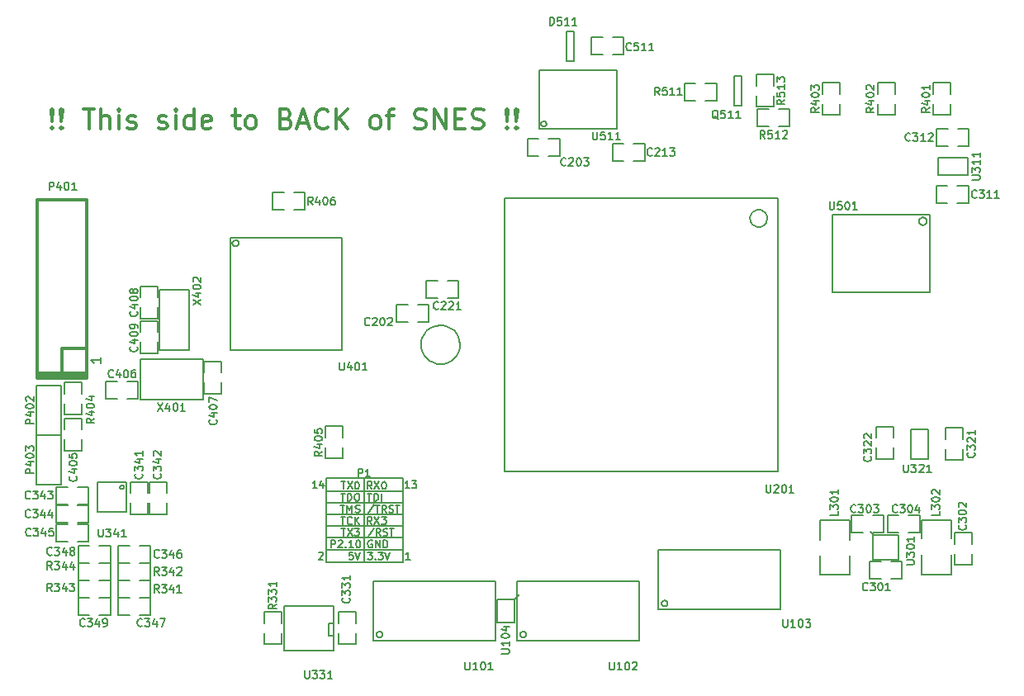
<source format=gto>
G04 (created by PCBNEW-RS274X (20100409 SVN-R2518)-unstable) date Wed 04 Aug 2010 09:41:30 PM CEST*
G01*
G70*
G90*
%MOIN*%
G04 Gerber Fmt 3.4, Leading zero omitted, Abs format*
%FSLAX34Y34*%
G04 APERTURE LIST*
%ADD10C,0.008000*%
%ADD11C,0.007000*%
%ADD12C,0.007000*%
%ADD13C,0.007000*%
%ADD14C,0.012000*%
%ADD15C,0.007500*%
%ADD16C,0.007000*%
G04 APERTURE END LIST*
G54D10*
G54D11*
X40592Y-35871D02*
X40592Y-36096D01*
X40592Y-35983D02*
X40198Y-35983D01*
X40255Y-36021D01*
X40292Y-36058D01*
X40311Y-36096D01*
G54D12*
X49313Y-41145D02*
X49141Y-41145D01*
X49227Y-41145D02*
X49227Y-40845D01*
X49198Y-40888D01*
X49170Y-40917D01*
X49141Y-40931D01*
X49570Y-40945D02*
X49570Y-41145D01*
X49499Y-40831D02*
X49427Y-41045D01*
X49613Y-41045D01*
X53053Y-41145D02*
X52881Y-41145D01*
X52967Y-41145D02*
X52967Y-40845D01*
X52938Y-40888D01*
X52910Y-40917D01*
X52881Y-40931D01*
X53153Y-40845D02*
X53339Y-40845D01*
X53239Y-40960D01*
X53281Y-40960D01*
X53310Y-40974D01*
X53324Y-40988D01*
X53339Y-41017D01*
X53339Y-41088D01*
X53324Y-41117D01*
X53310Y-41131D01*
X53281Y-41145D01*
X53196Y-41145D01*
X53167Y-41131D01*
X53153Y-41117D01*
X49402Y-43748D02*
X49416Y-43734D01*
X49445Y-43719D01*
X49516Y-43719D01*
X49545Y-43734D01*
X49559Y-43748D01*
X49574Y-43777D01*
X49574Y-43805D01*
X49559Y-43848D01*
X49388Y-44019D01*
X49574Y-44019D01*
X53078Y-44019D02*
X52906Y-44019D01*
X52992Y-44019D02*
X52992Y-43719D01*
X52963Y-43762D01*
X52935Y-43791D01*
X52906Y-43805D01*
G54D13*
X52795Y-41260D02*
X49685Y-41260D01*
X49685Y-41732D02*
X52795Y-41732D01*
X52795Y-42205D02*
X49685Y-42205D01*
X49685Y-42677D02*
X52795Y-42677D01*
X52795Y-43150D02*
X49685Y-43150D01*
X49685Y-43622D02*
X52795Y-43622D01*
X51220Y-44134D02*
X51220Y-40748D01*
X49685Y-44134D02*
X49685Y-40748D01*
X52795Y-44134D02*
X49685Y-44134D01*
X52795Y-40748D02*
X52795Y-44134D01*
X49685Y-40748D02*
X52795Y-40748D01*
G54D12*
X50998Y-40672D02*
X50998Y-40372D01*
X51113Y-40372D01*
X51141Y-40387D01*
X51156Y-40401D01*
X51170Y-40430D01*
X51170Y-40472D01*
X51156Y-40501D01*
X51141Y-40515D01*
X51113Y-40530D01*
X50998Y-40530D01*
X51456Y-40672D02*
X51284Y-40672D01*
X51370Y-40672D02*
X51370Y-40372D01*
X51341Y-40415D01*
X51313Y-40444D01*
X51284Y-40458D01*
X51368Y-43718D02*
X51554Y-43718D01*
X51454Y-43833D01*
X51496Y-43833D01*
X51525Y-43847D01*
X51539Y-43861D01*
X51554Y-43890D01*
X51554Y-43961D01*
X51539Y-43990D01*
X51525Y-44004D01*
X51496Y-44018D01*
X51411Y-44018D01*
X51382Y-44004D01*
X51368Y-43990D01*
X51682Y-43990D02*
X51697Y-44004D01*
X51682Y-44018D01*
X51668Y-44004D01*
X51682Y-43990D01*
X51682Y-44018D01*
X51797Y-43718D02*
X51983Y-43718D01*
X51883Y-43833D01*
X51925Y-43833D01*
X51954Y-43847D01*
X51968Y-43861D01*
X51983Y-43890D01*
X51983Y-43961D01*
X51968Y-43990D01*
X51954Y-44004D01*
X51925Y-44018D01*
X51840Y-44018D01*
X51811Y-44004D01*
X51797Y-43990D01*
X52069Y-43718D02*
X52169Y-44018D01*
X52269Y-43718D01*
X51544Y-43260D02*
X51515Y-43245D01*
X51472Y-43245D01*
X51429Y-43260D01*
X51401Y-43288D01*
X51386Y-43317D01*
X51372Y-43374D01*
X51372Y-43417D01*
X51386Y-43474D01*
X51401Y-43503D01*
X51429Y-43531D01*
X51472Y-43545D01*
X51501Y-43545D01*
X51544Y-43531D01*
X51558Y-43517D01*
X51558Y-43417D01*
X51501Y-43417D01*
X51686Y-43545D02*
X51686Y-43245D01*
X51858Y-43545D01*
X51858Y-43245D01*
X52000Y-43545D02*
X52000Y-43245D01*
X52072Y-43245D01*
X52115Y-43260D01*
X52143Y-43288D01*
X52158Y-43317D01*
X52172Y-43374D01*
X52172Y-43417D01*
X52158Y-43474D01*
X52143Y-43503D01*
X52115Y-43531D01*
X52072Y-43545D01*
X52000Y-43545D01*
X51612Y-42759D02*
X51355Y-43145D01*
X51883Y-43073D02*
X51783Y-42931D01*
X51711Y-43073D02*
X51711Y-42773D01*
X51826Y-42773D01*
X51854Y-42788D01*
X51869Y-42802D01*
X51883Y-42831D01*
X51883Y-42873D01*
X51869Y-42902D01*
X51854Y-42916D01*
X51826Y-42931D01*
X51711Y-42931D01*
X51997Y-43059D02*
X52040Y-43073D01*
X52111Y-43073D01*
X52140Y-43059D01*
X52154Y-43045D01*
X52169Y-43016D01*
X52169Y-42988D01*
X52154Y-42959D01*
X52140Y-42945D01*
X52111Y-42931D01*
X52054Y-42916D01*
X52026Y-42902D01*
X52011Y-42888D01*
X51997Y-42859D01*
X51997Y-42831D01*
X52011Y-42802D01*
X52026Y-42788D01*
X52054Y-42773D01*
X52126Y-42773D01*
X52169Y-42788D01*
X52255Y-42773D02*
X52426Y-42773D01*
X52340Y-43073D02*
X52340Y-42773D01*
X51539Y-42601D02*
X51439Y-42459D01*
X51367Y-42601D02*
X51367Y-42301D01*
X51482Y-42301D01*
X51510Y-42316D01*
X51525Y-42330D01*
X51539Y-42359D01*
X51539Y-42401D01*
X51525Y-42430D01*
X51510Y-42444D01*
X51482Y-42459D01*
X51367Y-42459D01*
X51639Y-42301D02*
X51839Y-42601D01*
X51839Y-42301D02*
X51639Y-42601D01*
X51925Y-42301D02*
X52111Y-42301D01*
X52011Y-42416D01*
X52053Y-42416D01*
X52082Y-42430D01*
X52096Y-42444D01*
X52111Y-42473D01*
X52111Y-42544D01*
X52096Y-42573D01*
X52082Y-42587D01*
X52053Y-42601D01*
X51968Y-42601D01*
X51939Y-42587D01*
X51925Y-42573D01*
X51615Y-41814D02*
X51358Y-42200D01*
X51672Y-41828D02*
X51843Y-41828D01*
X51757Y-42128D02*
X51757Y-41828D01*
X52115Y-42128D02*
X52015Y-41986D01*
X51943Y-42128D02*
X51943Y-41828D01*
X52058Y-41828D01*
X52086Y-41843D01*
X52101Y-41857D01*
X52115Y-41886D01*
X52115Y-41928D01*
X52101Y-41957D01*
X52086Y-41971D01*
X52058Y-41986D01*
X51943Y-41986D01*
X52229Y-42114D02*
X52272Y-42128D01*
X52343Y-42128D01*
X52372Y-42114D01*
X52386Y-42100D01*
X52401Y-42071D01*
X52401Y-42043D01*
X52386Y-42014D01*
X52372Y-42000D01*
X52343Y-41986D01*
X52286Y-41971D01*
X52258Y-41957D01*
X52243Y-41943D01*
X52229Y-41914D01*
X52229Y-41886D01*
X52243Y-41857D01*
X52258Y-41843D01*
X52286Y-41828D01*
X52358Y-41828D01*
X52401Y-41843D01*
X52487Y-41828D02*
X52658Y-41828D01*
X52572Y-42128D02*
X52572Y-41828D01*
X51347Y-41356D02*
X51518Y-41356D01*
X51432Y-41656D02*
X51432Y-41356D01*
X51618Y-41656D02*
X51618Y-41356D01*
X51690Y-41356D01*
X51733Y-41371D01*
X51761Y-41399D01*
X51776Y-41428D01*
X51790Y-41485D01*
X51790Y-41528D01*
X51776Y-41585D01*
X51761Y-41614D01*
X51733Y-41642D01*
X51690Y-41656D01*
X51618Y-41656D01*
X51918Y-41656D02*
X51918Y-41356D01*
X51539Y-41183D02*
X51439Y-41041D01*
X51367Y-41183D02*
X51367Y-40883D01*
X51482Y-40883D01*
X51510Y-40898D01*
X51525Y-40912D01*
X51539Y-40941D01*
X51539Y-40983D01*
X51525Y-41012D01*
X51510Y-41026D01*
X51482Y-41041D01*
X51367Y-41041D01*
X51639Y-40883D02*
X51839Y-41183D01*
X51839Y-40883D02*
X51639Y-41183D01*
X52011Y-40883D02*
X52039Y-40883D01*
X52068Y-40898D01*
X52082Y-40912D01*
X52096Y-40941D01*
X52111Y-40998D01*
X52111Y-41069D01*
X52096Y-41126D01*
X52082Y-41155D01*
X52068Y-41169D01*
X52039Y-41183D01*
X52011Y-41183D01*
X51982Y-41169D01*
X51968Y-41155D01*
X51953Y-41126D01*
X51939Y-41069D01*
X51939Y-40998D01*
X51953Y-40941D01*
X51968Y-40912D01*
X51982Y-40898D01*
X52011Y-40883D01*
X50770Y-43718D02*
X50627Y-43718D01*
X50613Y-43861D01*
X50627Y-43847D01*
X50656Y-43833D01*
X50727Y-43833D01*
X50756Y-43847D01*
X50770Y-43861D01*
X50785Y-43890D01*
X50785Y-43961D01*
X50770Y-43990D01*
X50756Y-44004D01*
X50727Y-44018D01*
X50656Y-44018D01*
X50627Y-44004D01*
X50613Y-43990D01*
X50871Y-43718D02*
X50971Y-44018D01*
X51071Y-43718D01*
X49893Y-43545D02*
X49893Y-43245D01*
X50008Y-43245D01*
X50036Y-43260D01*
X50051Y-43274D01*
X50065Y-43303D01*
X50065Y-43345D01*
X50051Y-43374D01*
X50036Y-43388D01*
X50008Y-43403D01*
X49893Y-43403D01*
X50179Y-43274D02*
X50193Y-43260D01*
X50222Y-43245D01*
X50293Y-43245D01*
X50322Y-43260D01*
X50336Y-43274D01*
X50351Y-43303D01*
X50351Y-43331D01*
X50336Y-43374D01*
X50165Y-43545D01*
X50351Y-43545D01*
X50479Y-43517D02*
X50494Y-43531D01*
X50479Y-43545D01*
X50465Y-43531D01*
X50479Y-43517D01*
X50479Y-43545D01*
X50780Y-43545D02*
X50608Y-43545D01*
X50694Y-43545D02*
X50694Y-43245D01*
X50665Y-43288D01*
X50637Y-43317D01*
X50608Y-43331D01*
X50966Y-43245D02*
X50994Y-43245D01*
X51023Y-43260D01*
X51037Y-43274D01*
X51051Y-43303D01*
X51066Y-43360D01*
X51066Y-43431D01*
X51051Y-43488D01*
X51037Y-43517D01*
X51023Y-43531D01*
X50994Y-43545D01*
X50966Y-43545D01*
X50937Y-43531D01*
X50923Y-43517D01*
X50908Y-43488D01*
X50894Y-43431D01*
X50894Y-43360D01*
X50908Y-43303D01*
X50923Y-43274D01*
X50937Y-43260D01*
X50966Y-43245D01*
X50298Y-42773D02*
X50469Y-42773D01*
X50383Y-43073D02*
X50383Y-42773D01*
X50541Y-42773D02*
X50741Y-43073D01*
X50741Y-42773D02*
X50541Y-43073D01*
X50827Y-42773D02*
X51013Y-42773D01*
X50913Y-42888D01*
X50955Y-42888D01*
X50984Y-42902D01*
X50998Y-42916D01*
X51013Y-42945D01*
X51013Y-43016D01*
X50998Y-43045D01*
X50984Y-43059D01*
X50955Y-43073D01*
X50870Y-43073D01*
X50841Y-43059D01*
X50827Y-43045D01*
X50284Y-42301D02*
X50455Y-42301D01*
X50369Y-42601D02*
X50369Y-42301D01*
X50727Y-42573D02*
X50713Y-42587D01*
X50670Y-42601D01*
X50641Y-42601D01*
X50598Y-42587D01*
X50570Y-42559D01*
X50555Y-42530D01*
X50541Y-42473D01*
X50541Y-42430D01*
X50555Y-42373D01*
X50570Y-42344D01*
X50598Y-42316D01*
X50641Y-42301D01*
X50670Y-42301D01*
X50713Y-42316D01*
X50727Y-42330D01*
X50855Y-42601D02*
X50855Y-42301D01*
X51027Y-42601D02*
X50898Y-42430D01*
X51027Y-42301D02*
X50855Y-42473D01*
X50269Y-41828D02*
X50440Y-41828D01*
X50354Y-42128D02*
X50354Y-41828D01*
X50540Y-42128D02*
X50540Y-41828D01*
X50640Y-42043D01*
X50740Y-41828D01*
X50740Y-42128D01*
X50869Y-42114D02*
X50912Y-42128D01*
X50983Y-42128D01*
X51012Y-42114D01*
X51026Y-42100D01*
X51041Y-42071D01*
X51041Y-42043D01*
X51026Y-42014D01*
X51012Y-42000D01*
X50983Y-41986D01*
X50926Y-41971D01*
X50898Y-41957D01*
X50883Y-41943D01*
X50869Y-41914D01*
X50869Y-41886D01*
X50883Y-41857D01*
X50898Y-41843D01*
X50926Y-41828D01*
X50998Y-41828D01*
X51041Y-41843D01*
X50277Y-41356D02*
X50448Y-41356D01*
X50362Y-41656D02*
X50362Y-41356D01*
X50548Y-41656D02*
X50548Y-41356D01*
X50620Y-41356D01*
X50663Y-41371D01*
X50691Y-41399D01*
X50706Y-41428D01*
X50720Y-41485D01*
X50720Y-41528D01*
X50706Y-41585D01*
X50691Y-41614D01*
X50663Y-41642D01*
X50620Y-41656D01*
X50548Y-41656D01*
X50906Y-41356D02*
X50963Y-41356D01*
X50991Y-41371D01*
X51020Y-41399D01*
X51034Y-41456D01*
X51034Y-41556D01*
X51020Y-41614D01*
X50991Y-41642D01*
X50963Y-41656D01*
X50906Y-41656D01*
X50877Y-41642D01*
X50848Y-41614D01*
X50834Y-41556D01*
X50834Y-41456D01*
X50848Y-41399D01*
X50877Y-41371D01*
X50906Y-41356D01*
X50298Y-40883D02*
X50469Y-40883D01*
X50383Y-41183D02*
X50383Y-40883D01*
X50541Y-40883D02*
X50741Y-41183D01*
X50741Y-40883D02*
X50541Y-41183D01*
X50913Y-40883D02*
X50941Y-40883D01*
X50970Y-40898D01*
X50984Y-40912D01*
X50998Y-40941D01*
X51013Y-40998D01*
X51013Y-41069D01*
X50998Y-41126D01*
X50984Y-41155D01*
X50970Y-41169D01*
X50941Y-41183D01*
X50913Y-41183D01*
X50884Y-41169D01*
X50870Y-41155D01*
X50855Y-41126D01*
X50841Y-41069D01*
X50841Y-40998D01*
X50855Y-40941D01*
X50870Y-40912D01*
X50884Y-40898D01*
X50913Y-40883D01*
G54D14*
X38625Y-26568D02*
X38664Y-26606D01*
X38625Y-26644D01*
X38587Y-26606D01*
X38625Y-26568D01*
X38625Y-26644D01*
X38625Y-26339D02*
X38587Y-25882D01*
X38625Y-25844D01*
X38664Y-25882D01*
X38625Y-26339D01*
X38625Y-25844D01*
X39006Y-26568D02*
X39045Y-26606D01*
X39006Y-26644D01*
X38968Y-26606D01*
X39006Y-26568D01*
X39006Y-26644D01*
X39006Y-26339D02*
X38968Y-25882D01*
X39006Y-25844D01*
X39045Y-25882D01*
X39006Y-26339D01*
X39006Y-25844D01*
X39883Y-25844D02*
X40340Y-25844D01*
X40112Y-26644D02*
X40112Y-25844D01*
X40607Y-26644D02*
X40607Y-25844D01*
X40950Y-26644D02*
X40950Y-26225D01*
X40912Y-26149D01*
X40836Y-26110D01*
X40722Y-26110D01*
X40646Y-26149D01*
X40607Y-26187D01*
X41331Y-26644D02*
X41331Y-26110D01*
X41331Y-25844D02*
X41293Y-25882D01*
X41331Y-25920D01*
X41370Y-25882D01*
X41331Y-25844D01*
X41331Y-25920D01*
X41674Y-26606D02*
X41751Y-26644D01*
X41903Y-26644D01*
X41979Y-26606D01*
X42017Y-26530D01*
X42017Y-26491D01*
X41979Y-26415D01*
X41903Y-26377D01*
X41789Y-26377D01*
X41712Y-26339D01*
X41674Y-26263D01*
X41674Y-26225D01*
X41712Y-26149D01*
X41789Y-26110D01*
X41903Y-26110D01*
X41979Y-26149D01*
X42932Y-26606D02*
X43009Y-26644D01*
X43161Y-26644D01*
X43237Y-26606D01*
X43275Y-26530D01*
X43275Y-26491D01*
X43237Y-26415D01*
X43161Y-26377D01*
X43047Y-26377D01*
X42970Y-26339D01*
X42932Y-26263D01*
X42932Y-26225D01*
X42970Y-26149D01*
X43047Y-26110D01*
X43161Y-26110D01*
X43237Y-26149D01*
X43618Y-26644D02*
X43618Y-26110D01*
X43618Y-25844D02*
X43580Y-25882D01*
X43618Y-25920D01*
X43657Y-25882D01*
X43618Y-25844D01*
X43618Y-25920D01*
X44342Y-26644D02*
X44342Y-25844D01*
X44342Y-26606D02*
X44266Y-26644D01*
X44114Y-26644D01*
X44038Y-26606D01*
X43999Y-26568D01*
X43961Y-26491D01*
X43961Y-26263D01*
X43999Y-26187D01*
X44038Y-26149D01*
X44114Y-26110D01*
X44266Y-26110D01*
X44342Y-26149D01*
X45028Y-26606D02*
X44952Y-26644D01*
X44800Y-26644D01*
X44723Y-26606D01*
X44685Y-26530D01*
X44685Y-26225D01*
X44723Y-26149D01*
X44800Y-26110D01*
X44952Y-26110D01*
X45028Y-26149D01*
X45066Y-26225D01*
X45066Y-26301D01*
X44685Y-26377D01*
X45905Y-26110D02*
X46210Y-26110D01*
X46019Y-25844D02*
X46019Y-26530D01*
X46058Y-26606D01*
X46134Y-26644D01*
X46210Y-26644D01*
X46591Y-26644D02*
X46515Y-26606D01*
X46476Y-26568D01*
X46438Y-26491D01*
X46438Y-26263D01*
X46476Y-26187D01*
X46515Y-26149D01*
X46591Y-26110D01*
X46705Y-26110D01*
X46781Y-26149D01*
X46819Y-26187D01*
X46857Y-26263D01*
X46857Y-26491D01*
X46819Y-26568D01*
X46781Y-26606D01*
X46705Y-26644D01*
X46591Y-26644D01*
X48077Y-26225D02*
X48191Y-26263D01*
X48230Y-26301D01*
X48268Y-26377D01*
X48268Y-26491D01*
X48230Y-26568D01*
X48191Y-26606D01*
X48115Y-26644D01*
X47810Y-26644D01*
X47810Y-25844D01*
X48077Y-25844D01*
X48153Y-25882D01*
X48191Y-25920D01*
X48230Y-25996D01*
X48230Y-26072D01*
X48191Y-26149D01*
X48153Y-26187D01*
X48077Y-26225D01*
X47810Y-26225D01*
X48572Y-26415D02*
X48953Y-26415D01*
X48496Y-26644D02*
X48763Y-25844D01*
X49030Y-26644D01*
X49754Y-26568D02*
X49716Y-26606D01*
X49601Y-26644D01*
X49525Y-26644D01*
X49411Y-26606D01*
X49335Y-26530D01*
X49296Y-26453D01*
X49258Y-26301D01*
X49258Y-26187D01*
X49296Y-26034D01*
X49335Y-25958D01*
X49411Y-25882D01*
X49525Y-25844D01*
X49601Y-25844D01*
X49716Y-25882D01*
X49754Y-25920D01*
X50096Y-26644D02*
X50096Y-25844D01*
X50554Y-26644D02*
X50211Y-26187D01*
X50554Y-25844D02*
X50096Y-26301D01*
X51621Y-26644D02*
X51545Y-26606D01*
X51506Y-26568D01*
X51468Y-26491D01*
X51468Y-26263D01*
X51506Y-26187D01*
X51545Y-26149D01*
X51621Y-26110D01*
X51735Y-26110D01*
X51811Y-26149D01*
X51849Y-26187D01*
X51887Y-26263D01*
X51887Y-26491D01*
X51849Y-26568D01*
X51811Y-26606D01*
X51735Y-26644D01*
X51621Y-26644D01*
X52116Y-26110D02*
X52421Y-26110D01*
X52230Y-26644D02*
X52230Y-25958D01*
X52269Y-25882D01*
X52345Y-25844D01*
X52421Y-25844D01*
X53259Y-26606D02*
X53374Y-26644D01*
X53564Y-26644D01*
X53640Y-26606D01*
X53678Y-26568D01*
X53717Y-26491D01*
X53717Y-26415D01*
X53678Y-26339D01*
X53640Y-26301D01*
X53564Y-26263D01*
X53412Y-26225D01*
X53336Y-26187D01*
X53297Y-26149D01*
X53259Y-26072D01*
X53259Y-25996D01*
X53297Y-25920D01*
X53336Y-25882D01*
X53412Y-25844D01*
X53602Y-25844D01*
X53717Y-25882D01*
X54059Y-26644D02*
X54059Y-25844D01*
X54517Y-26644D01*
X54517Y-25844D01*
X54897Y-26225D02*
X55164Y-26225D01*
X55278Y-26644D02*
X54897Y-26644D01*
X54897Y-25844D01*
X55278Y-25844D01*
X55583Y-26606D02*
X55698Y-26644D01*
X55888Y-26644D01*
X55964Y-26606D01*
X56002Y-26568D01*
X56041Y-26491D01*
X56041Y-26415D01*
X56002Y-26339D01*
X55964Y-26301D01*
X55888Y-26263D01*
X55736Y-26225D01*
X55660Y-26187D01*
X55621Y-26149D01*
X55583Y-26072D01*
X55583Y-25996D01*
X55621Y-25920D01*
X55660Y-25882D01*
X55736Y-25844D01*
X55926Y-25844D01*
X56041Y-25882D01*
X56993Y-26568D02*
X57032Y-26606D01*
X56993Y-26644D01*
X56955Y-26606D01*
X56993Y-26568D01*
X56993Y-26644D01*
X56993Y-26339D02*
X56955Y-25882D01*
X56993Y-25844D01*
X57032Y-25882D01*
X56993Y-26339D01*
X56993Y-25844D01*
X57374Y-26568D02*
X57413Y-26606D01*
X57374Y-26644D01*
X57336Y-26606D01*
X57374Y-26568D01*
X57374Y-26644D01*
X57374Y-26339D02*
X57336Y-25882D01*
X57374Y-25844D01*
X57413Y-25882D01*
X57374Y-26339D01*
X57374Y-25844D01*
G54D10*
X39000Y-35500D02*
X39900Y-35500D01*
X39000Y-36400D02*
X39000Y-35500D01*
G54D15*
X51963Y-47045D02*
X51960Y-47067D01*
X51954Y-47089D01*
X51943Y-47110D01*
X51928Y-47128D01*
X51910Y-47142D01*
X51890Y-47153D01*
X51868Y-47160D01*
X51845Y-47162D01*
X51823Y-47160D01*
X51801Y-47154D01*
X51781Y-47143D01*
X51763Y-47129D01*
X51748Y-47111D01*
X51737Y-47091D01*
X51730Y-47069D01*
X51728Y-47046D01*
X51729Y-47024D01*
X51736Y-47002D01*
X51746Y-46982D01*
X51761Y-46964D01*
X51778Y-46949D01*
X51798Y-46937D01*
X51820Y-46930D01*
X51843Y-46928D01*
X51865Y-46929D01*
X51887Y-46935D01*
X51908Y-46946D01*
X51926Y-46960D01*
X51941Y-46977D01*
X51952Y-46998D01*
X51960Y-47019D01*
X51962Y-47042D01*
X51963Y-47045D01*
X51590Y-44900D02*
X56510Y-44900D01*
X56510Y-44900D02*
X56510Y-47300D01*
X51590Y-47300D02*
X56510Y-47300D01*
X51590Y-44900D02*
X51590Y-47300D01*
X63463Y-45795D02*
X63460Y-45817D01*
X63454Y-45839D01*
X63443Y-45860D01*
X63428Y-45878D01*
X63410Y-45892D01*
X63390Y-45903D01*
X63368Y-45910D01*
X63345Y-45912D01*
X63323Y-45910D01*
X63301Y-45904D01*
X63281Y-45893D01*
X63263Y-45879D01*
X63248Y-45861D01*
X63237Y-45841D01*
X63230Y-45819D01*
X63228Y-45796D01*
X63229Y-45774D01*
X63236Y-45752D01*
X63246Y-45732D01*
X63261Y-45714D01*
X63278Y-45699D01*
X63298Y-45687D01*
X63320Y-45680D01*
X63343Y-45678D01*
X63365Y-45679D01*
X63387Y-45685D01*
X63408Y-45696D01*
X63426Y-45710D01*
X63441Y-45727D01*
X63452Y-45748D01*
X63460Y-45769D01*
X63462Y-45792D01*
X63463Y-45795D01*
X63090Y-43650D02*
X68010Y-43650D01*
X68010Y-43650D02*
X68010Y-46050D01*
X63090Y-46050D02*
X68010Y-46050D01*
X63090Y-43650D02*
X63090Y-46050D01*
X57763Y-47045D02*
X57760Y-47067D01*
X57754Y-47089D01*
X57743Y-47110D01*
X57728Y-47128D01*
X57710Y-47142D01*
X57690Y-47153D01*
X57668Y-47160D01*
X57645Y-47162D01*
X57623Y-47160D01*
X57601Y-47154D01*
X57581Y-47143D01*
X57563Y-47129D01*
X57548Y-47111D01*
X57537Y-47091D01*
X57530Y-47069D01*
X57528Y-47046D01*
X57529Y-47024D01*
X57536Y-47002D01*
X57546Y-46982D01*
X57561Y-46964D01*
X57578Y-46949D01*
X57598Y-46937D01*
X57620Y-46930D01*
X57643Y-46928D01*
X57665Y-46929D01*
X57687Y-46935D01*
X57708Y-46946D01*
X57726Y-46960D01*
X57741Y-46977D01*
X57752Y-46998D01*
X57760Y-47019D01*
X57762Y-47042D01*
X57763Y-47045D01*
X57390Y-44900D02*
X62310Y-44900D01*
X62310Y-44900D02*
X62310Y-47300D01*
X57390Y-47300D02*
X62310Y-47300D01*
X57390Y-44900D02*
X57390Y-47300D01*
X73295Y-38758D02*
X73995Y-38758D01*
X73995Y-38758D02*
X73995Y-39958D01*
X73995Y-39958D02*
X73295Y-39958D01*
X73295Y-39958D02*
X73295Y-38758D01*
X75580Y-27785D02*
X75580Y-28485D01*
X75580Y-28485D02*
X74380Y-28485D01*
X74380Y-28485D02*
X74380Y-27785D01*
X74380Y-27785D02*
X75580Y-27785D01*
X46152Y-31253D02*
X46149Y-31277D01*
X46142Y-31300D01*
X46131Y-31321D01*
X46115Y-31340D01*
X46097Y-31355D01*
X46076Y-31367D01*
X46052Y-31374D01*
X46028Y-31376D01*
X46005Y-31374D01*
X45982Y-31367D01*
X45961Y-31356D01*
X45942Y-31341D01*
X45926Y-31323D01*
X45915Y-31301D01*
X45907Y-31278D01*
X45905Y-31254D01*
X45907Y-31231D01*
X45913Y-31208D01*
X45924Y-31186D01*
X45939Y-31167D01*
X45958Y-31152D01*
X45979Y-31140D01*
X46002Y-31132D01*
X46026Y-31130D01*
X46049Y-31131D01*
X46072Y-31138D01*
X46094Y-31149D01*
X46113Y-31164D01*
X46129Y-31182D01*
X46141Y-31203D01*
X46148Y-31226D01*
X46151Y-31250D01*
X46152Y-31253D01*
X50338Y-31037D02*
X50338Y-35563D01*
X50338Y-35563D02*
X45812Y-35563D01*
X45812Y-31037D02*
X45812Y-35563D01*
X50338Y-31037D02*
X45812Y-31037D01*
X62400Y-29438D02*
X56888Y-29438D01*
X56888Y-29438D02*
X56888Y-34950D01*
X56888Y-34950D02*
X56888Y-40462D01*
X56888Y-40462D02*
X62400Y-40462D01*
X62400Y-40462D02*
X67912Y-40462D01*
X67912Y-40462D02*
X67912Y-34950D01*
X67912Y-34950D02*
X67912Y-29438D01*
X67912Y-29438D02*
X62400Y-29438D01*
X67500Y-30250D02*
X67493Y-30317D01*
X67473Y-30383D01*
X67441Y-30443D01*
X67398Y-30496D01*
X67345Y-30540D01*
X67285Y-30572D01*
X67220Y-30592D01*
X67152Y-30599D01*
X67085Y-30593D01*
X67019Y-30574D01*
X66959Y-30542D01*
X66906Y-30500D01*
X66862Y-30447D01*
X66829Y-30387D01*
X66808Y-30322D01*
X66801Y-30254D01*
X66806Y-30187D01*
X66825Y-30122D01*
X66856Y-30061D01*
X66899Y-30007D01*
X66951Y-29963D01*
X67010Y-29930D01*
X67075Y-29909D01*
X67143Y-29901D01*
X67210Y-29906D01*
X67276Y-29924D01*
X67337Y-29955D01*
X67391Y-29997D01*
X67436Y-30049D01*
X67469Y-30108D01*
X67491Y-30173D01*
X67499Y-30241D01*
X67500Y-30250D01*
X50000Y-47700D02*
X48000Y-47700D01*
X48000Y-47700D02*
X48000Y-45900D01*
X48000Y-45900D02*
X50000Y-45900D01*
X50000Y-45900D02*
X50000Y-47700D01*
X50000Y-47100D02*
X49800Y-47100D01*
X49800Y-47100D02*
X49800Y-46600D01*
X49800Y-46600D02*
X50000Y-46600D01*
X59378Y-23907D02*
X59378Y-22707D01*
X59378Y-22707D02*
X59678Y-22707D01*
X59678Y-22707D02*
X59678Y-23907D01*
X59678Y-23907D02*
X59378Y-23907D01*
X44141Y-33130D02*
X44141Y-35570D01*
X44141Y-35570D02*
X42959Y-35570D01*
X42959Y-35570D02*
X42959Y-33130D01*
X42959Y-33130D02*
X44141Y-33130D01*
X42190Y-35923D02*
X44710Y-35923D01*
X44710Y-35923D02*
X44710Y-37577D01*
X44710Y-37577D02*
X42190Y-37577D01*
X42190Y-37577D02*
X42190Y-35923D01*
X39000Y-39000D02*
X38000Y-39000D01*
X38000Y-39000D02*
X38000Y-37000D01*
X38000Y-37000D02*
X39000Y-37000D01*
X39000Y-37000D02*
X39000Y-39000D01*
X66450Y-24500D02*
X66450Y-25700D01*
X66450Y-25700D02*
X66150Y-25700D01*
X66150Y-25700D02*
X66150Y-24500D01*
X66150Y-24500D02*
X66450Y-24500D01*
X38000Y-39000D02*
X39000Y-39000D01*
X39000Y-39000D02*
X39000Y-41000D01*
X39000Y-41000D02*
X38000Y-41000D01*
X38000Y-41000D02*
X38000Y-39000D01*
X73930Y-30371D02*
X73926Y-30401D01*
X73918Y-30431D01*
X73903Y-30458D01*
X73884Y-30482D01*
X73860Y-30501D01*
X73833Y-30516D01*
X73803Y-30525D01*
X73773Y-30528D01*
X73743Y-30526D01*
X73713Y-30517D01*
X73686Y-30503D01*
X73662Y-30483D01*
X73642Y-30460D01*
X73627Y-30433D01*
X73618Y-30403D01*
X73615Y-30373D01*
X73617Y-30343D01*
X73626Y-30313D01*
X73640Y-30286D01*
X73659Y-30262D01*
X73682Y-30242D01*
X73709Y-30227D01*
X73739Y-30217D01*
X73769Y-30214D01*
X73799Y-30216D01*
X73829Y-30224D01*
X73856Y-30238D01*
X73880Y-30257D01*
X73901Y-30280D01*
X73916Y-30307D01*
X73926Y-30336D01*
X73929Y-30367D01*
X73930Y-30371D01*
X74047Y-33244D02*
X70111Y-33244D01*
X70111Y-33244D02*
X70111Y-30096D01*
X74047Y-30096D02*
X70111Y-30096D01*
X74047Y-33244D02*
X74047Y-30096D01*
X58583Y-26434D02*
X58580Y-26455D01*
X58574Y-26476D01*
X58564Y-26495D01*
X58550Y-26512D01*
X58534Y-26526D01*
X58515Y-26536D01*
X58494Y-26542D01*
X58472Y-26544D01*
X58452Y-26543D01*
X58431Y-26536D01*
X58412Y-26526D01*
X58395Y-26513D01*
X58381Y-26496D01*
X58370Y-26477D01*
X58364Y-26457D01*
X58362Y-26435D01*
X58363Y-26414D01*
X58369Y-26394D01*
X58379Y-26374D01*
X58393Y-26357D01*
X58409Y-26343D01*
X58428Y-26333D01*
X58449Y-26326D01*
X58470Y-26324D01*
X58491Y-26325D01*
X58512Y-26331D01*
X58531Y-26341D01*
X58548Y-26354D01*
X58562Y-26371D01*
X58573Y-26389D01*
X58580Y-26410D01*
X58582Y-26431D01*
X58583Y-26434D01*
X58276Y-24269D02*
X61424Y-24269D01*
X61424Y-24269D02*
X61424Y-26631D01*
X58276Y-26631D02*
X61424Y-26631D01*
X58276Y-24269D02*
X58276Y-26631D01*
X41523Y-41106D02*
X41521Y-41121D01*
X41517Y-41136D01*
X41509Y-41149D01*
X41500Y-41161D01*
X41488Y-41171D01*
X41474Y-41178D01*
X41459Y-41183D01*
X41444Y-41184D01*
X41430Y-41183D01*
X41415Y-41179D01*
X41401Y-41172D01*
X41389Y-41162D01*
X41379Y-41150D01*
X41372Y-41137D01*
X41367Y-41122D01*
X41366Y-41107D01*
X41367Y-41092D01*
X41371Y-41077D01*
X41378Y-41064D01*
X41388Y-41052D01*
X41399Y-41042D01*
X41413Y-41034D01*
X41428Y-41029D01*
X41443Y-41028D01*
X41457Y-41029D01*
X41472Y-41033D01*
X41486Y-41040D01*
X41498Y-41049D01*
X41508Y-41061D01*
X41516Y-41074D01*
X41521Y-41089D01*
X41522Y-41104D01*
X41523Y-41106D01*
X41640Y-42090D02*
X40460Y-42090D01*
X40460Y-42090D02*
X40460Y-40910D01*
X41640Y-40910D02*
X40460Y-40910D01*
X41640Y-42090D02*
X41640Y-40910D01*
X57304Y-45628D02*
X57501Y-45431D01*
X57304Y-46572D02*
X56596Y-46572D01*
X56596Y-46572D02*
X56596Y-45628D01*
X57304Y-45628D02*
X56596Y-45628D01*
X57304Y-46572D02*
X57304Y-45628D01*
G54D14*
X38016Y-36592D02*
X38016Y-36692D01*
X38016Y-36692D02*
X40016Y-36692D01*
X40016Y-36692D02*
X40016Y-36617D01*
X39016Y-36542D02*
X39016Y-35492D01*
X39016Y-35492D02*
X40016Y-35492D01*
X38016Y-36492D02*
X38016Y-36592D01*
X38016Y-36592D02*
X40016Y-36592D01*
X40016Y-36592D02*
X40016Y-36492D01*
X40016Y-36492D02*
X40016Y-29492D01*
X38016Y-36492D02*
X38016Y-29492D01*
X38016Y-29492D02*
X40016Y-29492D01*
X40016Y-36492D02*
X38016Y-36492D01*
G54D15*
X55091Y-35353D02*
X55076Y-35505D01*
X55031Y-35652D01*
X54959Y-35788D01*
X54862Y-35907D01*
X54744Y-36005D01*
X54608Y-36078D01*
X54462Y-36123D01*
X54309Y-36139D01*
X54157Y-36126D01*
X54010Y-36082D01*
X53874Y-36011D01*
X53754Y-35915D01*
X53655Y-35797D01*
X53581Y-35663D01*
X53535Y-35516D01*
X53518Y-35363D01*
X53530Y-35211D01*
X53573Y-35064D01*
X53643Y-34927D01*
X53738Y-34807D01*
X53855Y-34707D01*
X53989Y-34632D01*
X54136Y-34585D01*
X54288Y-34567D01*
X54440Y-34578D01*
X54588Y-34620D01*
X54725Y-34689D01*
X54846Y-34784D01*
X54947Y-34900D01*
X55022Y-35033D01*
X55071Y-35179D01*
X55090Y-35332D01*
X55091Y-35353D01*
X69625Y-43875D02*
X69625Y-44625D01*
X69625Y-44625D02*
X70825Y-44625D01*
X70825Y-44625D02*
X70825Y-43875D01*
X70825Y-43225D02*
X70825Y-42425D01*
X70825Y-42425D02*
X69625Y-42425D01*
X69625Y-42425D02*
X69625Y-43225D01*
X74925Y-43175D02*
X74925Y-42425D01*
X74925Y-42425D02*
X73725Y-42425D01*
X73725Y-42425D02*
X73725Y-43175D01*
X73725Y-43825D02*
X73725Y-44625D01*
X73725Y-44625D02*
X74925Y-44625D01*
X74925Y-44625D02*
X74925Y-43825D01*
X47200Y-47000D02*
X47200Y-47450D01*
X47200Y-46150D02*
X47200Y-46600D01*
X47900Y-47450D02*
X47900Y-47000D01*
X47900Y-46150D02*
X47900Y-46600D01*
X47900Y-47450D02*
X47200Y-47450D01*
X47200Y-46150D02*
X47900Y-46150D01*
X43263Y-41335D02*
X43263Y-40885D01*
X43263Y-42185D02*
X43263Y-41735D01*
X42563Y-40885D02*
X42563Y-41335D01*
X42563Y-42185D02*
X42563Y-41735D01*
X42563Y-40885D02*
X43263Y-40885D01*
X43263Y-42185D02*
X42563Y-42185D01*
X70425Y-25225D02*
X70425Y-24775D01*
X70425Y-26075D02*
X70425Y-25625D01*
X69725Y-24775D02*
X69725Y-25225D01*
X69725Y-26075D02*
X69725Y-25625D01*
X69725Y-24775D02*
X70425Y-24775D01*
X70425Y-26075D02*
X69725Y-26075D01*
X39125Y-39175D02*
X39125Y-39625D01*
X39125Y-38325D02*
X39125Y-38775D01*
X39825Y-39625D02*
X39825Y-39175D01*
X39825Y-38325D02*
X39825Y-38775D01*
X39825Y-39625D02*
X39125Y-39625D01*
X39125Y-38325D02*
X39825Y-38325D01*
X39838Y-37320D02*
X39838Y-36870D01*
X39838Y-38170D02*
X39838Y-37720D01*
X39138Y-36870D02*
X39138Y-37320D01*
X39138Y-38170D02*
X39138Y-37720D01*
X39138Y-36870D02*
X39838Y-36870D01*
X39838Y-38170D02*
X39138Y-38170D01*
X72075Y-44100D02*
X71625Y-44100D01*
X72925Y-44100D02*
X72475Y-44100D01*
X71625Y-44800D02*
X72075Y-44800D01*
X72925Y-44800D02*
X72475Y-44800D01*
X71625Y-44800D02*
X71625Y-44100D01*
X72925Y-44100D02*
X72925Y-44800D01*
X71750Y-42925D02*
X72200Y-42925D01*
X70900Y-42925D02*
X71350Y-42925D01*
X72200Y-42225D02*
X71750Y-42225D01*
X70900Y-42225D02*
X71350Y-42225D01*
X72200Y-42225D02*
X72200Y-42925D01*
X70900Y-42925D02*
X70900Y-42225D01*
X75750Y-43400D02*
X75750Y-42950D01*
X75750Y-44250D02*
X75750Y-43800D01*
X75050Y-42950D02*
X75050Y-43400D01*
X75050Y-44250D02*
X75050Y-43800D01*
X75050Y-42950D02*
X75750Y-42950D01*
X75750Y-44250D02*
X75050Y-44250D01*
X72800Y-42225D02*
X72350Y-42225D01*
X73650Y-42225D02*
X73200Y-42225D01*
X72350Y-42925D02*
X72800Y-42925D01*
X73650Y-42925D02*
X73200Y-42925D01*
X72350Y-42925D02*
X72350Y-42225D01*
X73650Y-42225D02*
X73650Y-42925D01*
X72595Y-39108D02*
X72595Y-38658D01*
X72595Y-39958D02*
X72595Y-39508D01*
X71895Y-38658D02*
X71895Y-39108D01*
X71895Y-39958D02*
X71895Y-39508D01*
X71895Y-38658D02*
X72595Y-38658D01*
X72595Y-39958D02*
X71895Y-39958D01*
X75180Y-27335D02*
X75630Y-27335D01*
X74330Y-27335D02*
X74780Y-27335D01*
X75630Y-26635D02*
X75180Y-26635D01*
X74330Y-26635D02*
X74780Y-26635D01*
X75630Y-26635D02*
X75630Y-27335D01*
X74330Y-27335D02*
X74330Y-26635D01*
X75401Y-39160D02*
X75401Y-38710D01*
X75401Y-40010D02*
X75401Y-39560D01*
X74701Y-38710D02*
X74701Y-39160D01*
X74701Y-40010D02*
X74701Y-39560D01*
X74701Y-38710D02*
X75401Y-38710D01*
X75401Y-40010D02*
X74701Y-40010D01*
X75170Y-29645D02*
X75620Y-29645D01*
X74320Y-29645D02*
X74770Y-29645D01*
X75620Y-28945D02*
X75170Y-28945D01*
X74320Y-28945D02*
X74770Y-28945D01*
X75620Y-28945D02*
X75620Y-29645D01*
X74320Y-29645D02*
X74320Y-28945D01*
X61250Y-23650D02*
X61700Y-23650D01*
X60400Y-23650D02*
X60850Y-23650D01*
X61700Y-22950D02*
X61250Y-22950D01*
X60400Y-22950D02*
X60850Y-22950D01*
X61700Y-22950D02*
X61700Y-23650D01*
X60400Y-23650D02*
X60400Y-22950D01*
X42476Y-41335D02*
X42476Y-40885D01*
X42476Y-42185D02*
X42476Y-41735D01*
X41776Y-40885D02*
X41776Y-41335D01*
X41776Y-42185D02*
X41776Y-41735D01*
X41776Y-40885D02*
X42476Y-40885D01*
X42476Y-42185D02*
X41776Y-42185D01*
X50175Y-47000D02*
X50175Y-47450D01*
X50175Y-46150D02*
X50175Y-46600D01*
X50875Y-47450D02*
X50875Y-47000D01*
X50875Y-46150D02*
X50875Y-46600D01*
X50875Y-47450D02*
X50175Y-47450D01*
X50175Y-46150D02*
X50875Y-46150D01*
X54180Y-32765D02*
X53730Y-32765D01*
X55030Y-32765D02*
X54580Y-32765D01*
X53730Y-33465D02*
X54180Y-33465D01*
X55030Y-33465D02*
X54580Y-33465D01*
X53730Y-33465D02*
X53730Y-32765D01*
X55030Y-32765D02*
X55030Y-33465D01*
X61700Y-27250D02*
X61250Y-27250D01*
X62550Y-27250D02*
X62100Y-27250D01*
X61250Y-27950D02*
X61700Y-27950D01*
X62550Y-27950D02*
X62100Y-27950D01*
X61250Y-27950D02*
X61250Y-27250D01*
X62550Y-27250D02*
X62550Y-27950D01*
X58669Y-27727D02*
X59119Y-27727D01*
X57819Y-27727D02*
X58269Y-27727D01*
X59119Y-27027D02*
X58669Y-27027D01*
X57819Y-27027D02*
X58269Y-27027D01*
X59119Y-27027D02*
X59119Y-27727D01*
X57819Y-27727D02*
X57819Y-27027D01*
X52990Y-33750D02*
X52540Y-33750D01*
X53840Y-33750D02*
X53390Y-33750D01*
X52540Y-34450D02*
X52990Y-34450D01*
X53840Y-34450D02*
X53390Y-34450D01*
X52540Y-34450D02*
X52540Y-33750D01*
X53840Y-33750D02*
X53840Y-34450D01*
X42200Y-33850D02*
X42200Y-34300D01*
X42200Y-33000D02*
X42200Y-33450D01*
X42900Y-34300D02*
X42900Y-33850D01*
X42900Y-33000D02*
X42900Y-33450D01*
X42900Y-34300D02*
X42200Y-34300D01*
X42200Y-33000D02*
X42900Y-33000D01*
X44773Y-36881D02*
X44773Y-37331D01*
X44773Y-36031D02*
X44773Y-36481D01*
X45473Y-37331D02*
X45473Y-36881D01*
X45473Y-36031D02*
X45473Y-36481D01*
X45473Y-37331D02*
X44773Y-37331D01*
X44773Y-36031D02*
X45473Y-36031D01*
X41250Y-36850D02*
X40800Y-36850D01*
X42100Y-36850D02*
X41650Y-36850D01*
X40800Y-37550D02*
X41250Y-37550D01*
X42100Y-37550D02*
X41650Y-37550D01*
X40800Y-37550D02*
X40800Y-36850D01*
X42100Y-36850D02*
X42100Y-37550D01*
X67950Y-26550D02*
X68400Y-26550D01*
X67100Y-26550D02*
X67550Y-26550D01*
X68400Y-25850D02*
X67950Y-25850D01*
X67100Y-25850D02*
X67550Y-25850D01*
X68400Y-25850D02*
X68400Y-26550D01*
X67100Y-26550D02*
X67100Y-25850D01*
X67750Y-24900D02*
X67750Y-24450D01*
X67750Y-25750D02*
X67750Y-25300D01*
X67050Y-24450D02*
X67050Y-24900D01*
X67050Y-25750D02*
X67050Y-25300D01*
X67050Y-24450D02*
X67750Y-24450D01*
X67750Y-25750D02*
X67050Y-25750D01*
X65000Y-25500D02*
X65450Y-25500D01*
X64150Y-25500D02*
X64600Y-25500D01*
X65450Y-24800D02*
X65000Y-24800D01*
X64150Y-24800D02*
X64600Y-24800D01*
X65450Y-24800D02*
X65450Y-25500D01*
X64150Y-25500D02*
X64150Y-24800D01*
X74875Y-25225D02*
X74875Y-24775D01*
X74875Y-26075D02*
X74875Y-25625D01*
X74175Y-24775D02*
X74175Y-25225D01*
X74175Y-26075D02*
X74175Y-25625D01*
X74175Y-24775D02*
X74875Y-24775D01*
X74875Y-26075D02*
X74175Y-26075D01*
X72650Y-25225D02*
X72650Y-24775D01*
X72650Y-26075D02*
X72650Y-25625D01*
X71950Y-24775D02*
X71950Y-25225D01*
X71950Y-26075D02*
X71950Y-25625D01*
X71950Y-24775D02*
X72650Y-24775D01*
X72650Y-26075D02*
X71950Y-26075D01*
X48389Y-29917D02*
X48839Y-29917D01*
X47539Y-29917D02*
X47989Y-29917D01*
X48839Y-29217D02*
X48389Y-29217D01*
X47539Y-29217D02*
X47989Y-29217D01*
X48839Y-29217D02*
X48839Y-29917D01*
X47539Y-29917D02*
X47539Y-29217D01*
X50350Y-39100D02*
X50350Y-38650D01*
X50350Y-39950D02*
X50350Y-39500D01*
X49650Y-38650D02*
X49650Y-39100D01*
X49650Y-39950D02*
X49650Y-39500D01*
X49650Y-38650D02*
X50350Y-38650D01*
X50350Y-39950D02*
X49650Y-39950D01*
X39250Y-41100D02*
X38800Y-41100D01*
X40100Y-41100D02*
X39650Y-41100D01*
X38800Y-41800D02*
X39250Y-41800D01*
X40100Y-41800D02*
X39650Y-41800D01*
X38800Y-41800D02*
X38800Y-41100D01*
X40100Y-41100D02*
X40100Y-41800D01*
X39250Y-41850D02*
X38800Y-41850D01*
X40100Y-41850D02*
X39650Y-41850D01*
X38800Y-42550D02*
X39250Y-42550D01*
X40100Y-42550D02*
X39650Y-42550D01*
X38800Y-42550D02*
X38800Y-41850D01*
X40100Y-41850D02*
X40100Y-42550D01*
X39250Y-42600D02*
X38800Y-42600D01*
X40100Y-42600D02*
X39650Y-42600D01*
X38800Y-43300D02*
X39250Y-43300D01*
X40100Y-43300D02*
X39650Y-43300D01*
X38800Y-43300D02*
X38800Y-42600D01*
X40100Y-42600D02*
X40100Y-43300D01*
X42150Y-46275D02*
X42600Y-46275D01*
X41300Y-46275D02*
X41750Y-46275D01*
X42600Y-45575D02*
X42150Y-45575D01*
X41300Y-45575D02*
X41750Y-45575D01*
X42600Y-45575D02*
X42600Y-46275D01*
X41300Y-46275D02*
X41300Y-45575D01*
X40125Y-44875D02*
X39675Y-44875D01*
X40975Y-44875D02*
X40525Y-44875D01*
X39675Y-45575D02*
X40125Y-45575D01*
X40975Y-45575D02*
X40525Y-45575D01*
X39675Y-45575D02*
X39675Y-44875D01*
X40975Y-44875D02*
X40975Y-45575D01*
X40525Y-44875D02*
X40975Y-44875D01*
X39675Y-44875D02*
X40125Y-44875D01*
X40975Y-44175D02*
X40525Y-44175D01*
X39675Y-44175D02*
X40125Y-44175D01*
X40975Y-44175D02*
X40975Y-44875D01*
X39675Y-44875D02*
X39675Y-44175D01*
X40525Y-44175D02*
X40975Y-44175D01*
X39675Y-44175D02*
X40125Y-44175D01*
X40975Y-43475D02*
X40525Y-43475D01*
X39675Y-43475D02*
X40125Y-43475D01*
X40975Y-43475D02*
X40975Y-44175D01*
X39675Y-44175D02*
X39675Y-43475D01*
X41750Y-43475D02*
X41300Y-43475D01*
X42600Y-43475D02*
X42150Y-43475D01*
X41300Y-44175D02*
X41750Y-44175D01*
X42600Y-44175D02*
X42150Y-44175D01*
X41300Y-44175D02*
X41300Y-43475D01*
X42600Y-43475D02*
X42600Y-44175D01*
X40125Y-45575D02*
X39675Y-45575D01*
X40975Y-45575D02*
X40525Y-45575D01*
X39675Y-46275D02*
X40125Y-46275D01*
X40975Y-46275D02*
X40525Y-46275D01*
X39675Y-46275D02*
X39675Y-45575D01*
X40975Y-45575D02*
X40975Y-46275D01*
X41750Y-44175D02*
X41300Y-44175D01*
X42600Y-44175D02*
X42150Y-44175D01*
X41300Y-44875D02*
X41750Y-44875D01*
X42600Y-44875D02*
X42150Y-44875D01*
X41300Y-44875D02*
X41300Y-44175D01*
X42600Y-44175D02*
X42600Y-44875D01*
X42150Y-45575D02*
X42600Y-45575D01*
X41300Y-45575D02*
X41750Y-45575D01*
X42600Y-44875D02*
X42150Y-44875D01*
X41300Y-44875D02*
X41750Y-44875D01*
X42600Y-44875D02*
X42600Y-45575D01*
X41300Y-45575D02*
X41300Y-44875D01*
X42900Y-34850D02*
X42900Y-34400D01*
X42900Y-35700D02*
X42900Y-35250D01*
X42200Y-34400D02*
X42200Y-34850D01*
X42200Y-35700D02*
X42200Y-35250D01*
X42200Y-34400D02*
X42900Y-34400D01*
X42900Y-35700D02*
X42200Y-35700D01*
X71763Y-43013D02*
X71645Y-42895D01*
X72776Y-43024D02*
X72776Y-44026D01*
X72776Y-44026D02*
X71774Y-44026D01*
X71774Y-43024D02*
X71774Y-44026D01*
X72776Y-43024D02*
X71774Y-43024D01*
G54D16*
X55301Y-48160D02*
X55301Y-48419D01*
X55316Y-48449D01*
X55332Y-48464D01*
X55362Y-48480D01*
X55423Y-48480D01*
X55454Y-48464D01*
X55469Y-48449D01*
X55484Y-48419D01*
X55484Y-48160D01*
X55804Y-48480D02*
X55621Y-48480D01*
X55712Y-48480D02*
X55712Y-48160D01*
X55682Y-48205D01*
X55651Y-48236D01*
X55621Y-48251D01*
X56002Y-48160D02*
X56033Y-48160D01*
X56063Y-48175D01*
X56078Y-48190D01*
X56094Y-48220D01*
X56109Y-48281D01*
X56109Y-48358D01*
X56094Y-48419D01*
X56078Y-48449D01*
X56063Y-48464D01*
X56033Y-48480D01*
X56002Y-48480D01*
X55972Y-48464D01*
X55956Y-48449D01*
X55941Y-48419D01*
X55926Y-48358D01*
X55926Y-48281D01*
X55941Y-48220D01*
X55956Y-48190D01*
X55972Y-48175D01*
X56002Y-48160D01*
X56414Y-48480D02*
X56231Y-48480D01*
X56322Y-48480D02*
X56322Y-48160D01*
X56292Y-48205D01*
X56261Y-48236D01*
X56231Y-48251D01*
X68126Y-46435D02*
X68126Y-46694D01*
X68141Y-46724D01*
X68157Y-46739D01*
X68187Y-46755D01*
X68248Y-46755D01*
X68279Y-46739D01*
X68294Y-46724D01*
X68309Y-46694D01*
X68309Y-46435D01*
X68629Y-46755D02*
X68446Y-46755D01*
X68537Y-46755D02*
X68537Y-46435D01*
X68507Y-46480D01*
X68476Y-46511D01*
X68446Y-46526D01*
X68827Y-46435D02*
X68858Y-46435D01*
X68888Y-46450D01*
X68903Y-46465D01*
X68919Y-46495D01*
X68934Y-46556D01*
X68934Y-46633D01*
X68919Y-46694D01*
X68903Y-46724D01*
X68888Y-46739D01*
X68858Y-46755D01*
X68827Y-46755D01*
X68797Y-46739D01*
X68781Y-46724D01*
X68766Y-46694D01*
X68751Y-46633D01*
X68751Y-46556D01*
X68766Y-46495D01*
X68781Y-46465D01*
X68797Y-46450D01*
X68827Y-46435D01*
X69041Y-46435D02*
X69239Y-46435D01*
X69132Y-46556D01*
X69178Y-46556D01*
X69208Y-46572D01*
X69224Y-46587D01*
X69239Y-46617D01*
X69239Y-46694D01*
X69224Y-46724D01*
X69208Y-46739D01*
X69178Y-46755D01*
X69086Y-46755D01*
X69056Y-46739D01*
X69041Y-46724D01*
X61126Y-48160D02*
X61126Y-48419D01*
X61141Y-48449D01*
X61157Y-48464D01*
X61187Y-48480D01*
X61248Y-48480D01*
X61279Y-48464D01*
X61294Y-48449D01*
X61309Y-48419D01*
X61309Y-48160D01*
X61629Y-48480D02*
X61446Y-48480D01*
X61537Y-48480D02*
X61537Y-48160D01*
X61507Y-48205D01*
X61476Y-48236D01*
X61446Y-48251D01*
X61827Y-48160D02*
X61858Y-48160D01*
X61888Y-48175D01*
X61903Y-48190D01*
X61919Y-48220D01*
X61934Y-48281D01*
X61934Y-48358D01*
X61919Y-48419D01*
X61903Y-48449D01*
X61888Y-48464D01*
X61858Y-48480D01*
X61827Y-48480D01*
X61797Y-48464D01*
X61781Y-48449D01*
X61766Y-48419D01*
X61751Y-48358D01*
X61751Y-48281D01*
X61766Y-48220D01*
X61781Y-48190D01*
X61797Y-48175D01*
X61827Y-48160D01*
X62056Y-48190D02*
X62071Y-48175D01*
X62102Y-48160D01*
X62178Y-48160D01*
X62208Y-48175D01*
X62224Y-48190D01*
X62239Y-48220D01*
X62239Y-48251D01*
X62224Y-48297D01*
X62041Y-48480D01*
X62239Y-48480D01*
X73001Y-40185D02*
X73001Y-40444D01*
X73016Y-40474D01*
X73032Y-40489D01*
X73062Y-40505D01*
X73123Y-40505D01*
X73154Y-40489D01*
X73169Y-40474D01*
X73184Y-40444D01*
X73184Y-40185D01*
X73306Y-40185D02*
X73504Y-40185D01*
X73397Y-40306D01*
X73443Y-40306D01*
X73473Y-40322D01*
X73489Y-40337D01*
X73504Y-40367D01*
X73504Y-40444D01*
X73489Y-40474D01*
X73473Y-40489D01*
X73443Y-40505D01*
X73351Y-40505D01*
X73321Y-40489D01*
X73306Y-40474D01*
X73626Y-40215D02*
X73641Y-40200D01*
X73672Y-40185D01*
X73748Y-40185D01*
X73778Y-40200D01*
X73794Y-40215D01*
X73809Y-40245D01*
X73809Y-40276D01*
X73794Y-40322D01*
X73611Y-40505D01*
X73809Y-40505D01*
X74114Y-40505D02*
X73931Y-40505D01*
X74022Y-40505D02*
X74022Y-40185D01*
X73992Y-40230D01*
X73961Y-40261D01*
X73931Y-40276D01*
X75760Y-28699D02*
X76019Y-28699D01*
X76049Y-28684D01*
X76064Y-28668D01*
X76080Y-28638D01*
X76080Y-28577D01*
X76064Y-28546D01*
X76049Y-28531D01*
X76019Y-28516D01*
X75760Y-28516D01*
X75760Y-28394D02*
X75760Y-28196D01*
X75881Y-28303D01*
X75881Y-28257D01*
X75897Y-28227D01*
X75912Y-28211D01*
X75942Y-28196D01*
X76019Y-28196D01*
X76049Y-28211D01*
X76064Y-28227D01*
X76080Y-28257D01*
X76080Y-28349D01*
X76064Y-28379D01*
X76049Y-28394D01*
X76080Y-27891D02*
X76080Y-28074D01*
X76080Y-27983D02*
X75760Y-27983D01*
X75805Y-28013D01*
X75836Y-28044D01*
X75851Y-28074D01*
X76080Y-27586D02*
X76080Y-27769D01*
X76080Y-27678D02*
X75760Y-27678D01*
X75805Y-27708D01*
X75836Y-27739D01*
X75851Y-27769D01*
X50226Y-36060D02*
X50226Y-36319D01*
X50241Y-36349D01*
X50257Y-36364D01*
X50287Y-36380D01*
X50348Y-36380D01*
X50379Y-36364D01*
X50394Y-36349D01*
X50409Y-36319D01*
X50409Y-36060D01*
X50698Y-36166D02*
X50698Y-36380D01*
X50622Y-36044D02*
X50546Y-36273D01*
X50744Y-36273D01*
X50927Y-36060D02*
X50958Y-36060D01*
X50988Y-36075D01*
X51003Y-36090D01*
X51019Y-36120D01*
X51034Y-36181D01*
X51034Y-36258D01*
X51019Y-36319D01*
X51003Y-36349D01*
X50988Y-36364D01*
X50958Y-36380D01*
X50927Y-36380D01*
X50897Y-36364D01*
X50881Y-36349D01*
X50866Y-36319D01*
X50851Y-36258D01*
X50851Y-36181D01*
X50866Y-36120D01*
X50881Y-36090D01*
X50897Y-36075D01*
X50927Y-36060D01*
X51339Y-36380D02*
X51156Y-36380D01*
X51247Y-36380D02*
X51247Y-36060D01*
X51217Y-36105D01*
X51186Y-36136D01*
X51156Y-36151D01*
X67451Y-41010D02*
X67451Y-41269D01*
X67466Y-41299D01*
X67482Y-41314D01*
X67512Y-41330D01*
X67573Y-41330D01*
X67604Y-41314D01*
X67619Y-41299D01*
X67634Y-41269D01*
X67634Y-41010D01*
X67771Y-41040D02*
X67786Y-41025D01*
X67817Y-41010D01*
X67893Y-41010D01*
X67923Y-41025D01*
X67939Y-41040D01*
X67954Y-41070D01*
X67954Y-41101D01*
X67939Y-41147D01*
X67756Y-41330D01*
X67954Y-41330D01*
X68152Y-41010D02*
X68183Y-41010D01*
X68213Y-41025D01*
X68228Y-41040D01*
X68244Y-41070D01*
X68259Y-41131D01*
X68259Y-41208D01*
X68244Y-41269D01*
X68228Y-41299D01*
X68213Y-41314D01*
X68183Y-41330D01*
X68152Y-41330D01*
X68122Y-41314D01*
X68106Y-41299D01*
X68091Y-41269D01*
X68076Y-41208D01*
X68076Y-41131D01*
X68091Y-41070D01*
X68106Y-41040D01*
X68122Y-41025D01*
X68152Y-41010D01*
X68564Y-41330D02*
X68381Y-41330D01*
X68472Y-41330D02*
X68472Y-41010D01*
X68442Y-41055D01*
X68411Y-41086D01*
X68381Y-41101D01*
X48826Y-48510D02*
X48826Y-48769D01*
X48841Y-48799D01*
X48857Y-48814D01*
X48887Y-48830D01*
X48948Y-48830D01*
X48979Y-48814D01*
X48994Y-48799D01*
X49009Y-48769D01*
X49009Y-48510D01*
X49131Y-48510D02*
X49329Y-48510D01*
X49222Y-48631D01*
X49268Y-48631D01*
X49298Y-48647D01*
X49314Y-48662D01*
X49329Y-48692D01*
X49329Y-48769D01*
X49314Y-48799D01*
X49298Y-48814D01*
X49268Y-48830D01*
X49176Y-48830D01*
X49146Y-48814D01*
X49131Y-48799D01*
X49436Y-48510D02*
X49634Y-48510D01*
X49527Y-48631D01*
X49573Y-48631D01*
X49603Y-48647D01*
X49619Y-48662D01*
X49634Y-48692D01*
X49634Y-48769D01*
X49619Y-48799D01*
X49603Y-48814D01*
X49573Y-48830D01*
X49481Y-48830D01*
X49451Y-48814D01*
X49436Y-48799D01*
X49939Y-48830D02*
X49756Y-48830D01*
X49847Y-48830D02*
X49847Y-48510D01*
X49817Y-48555D01*
X49786Y-48586D01*
X49756Y-48601D01*
X58709Y-22455D02*
X58709Y-22135D01*
X58785Y-22135D01*
X58831Y-22150D01*
X58862Y-22180D01*
X58877Y-22211D01*
X58892Y-22272D01*
X58892Y-22317D01*
X58877Y-22378D01*
X58862Y-22409D01*
X58831Y-22439D01*
X58785Y-22455D01*
X58709Y-22455D01*
X59182Y-22135D02*
X59029Y-22135D01*
X59014Y-22287D01*
X59029Y-22272D01*
X59060Y-22256D01*
X59136Y-22256D01*
X59166Y-22272D01*
X59182Y-22287D01*
X59197Y-22317D01*
X59197Y-22394D01*
X59182Y-22424D01*
X59166Y-22439D01*
X59136Y-22455D01*
X59060Y-22455D01*
X59029Y-22439D01*
X59014Y-22424D01*
X59502Y-22455D02*
X59319Y-22455D01*
X59410Y-22455D02*
X59410Y-22135D01*
X59380Y-22180D01*
X59349Y-22211D01*
X59319Y-22226D01*
X59807Y-22455D02*
X59624Y-22455D01*
X59715Y-22455D02*
X59715Y-22135D01*
X59685Y-22180D01*
X59654Y-22211D01*
X59624Y-22226D01*
X44310Y-33739D02*
X44630Y-33526D01*
X44310Y-33526D02*
X44630Y-33739D01*
X44416Y-33267D02*
X44630Y-33267D01*
X44294Y-33343D02*
X44523Y-33419D01*
X44523Y-33221D01*
X44310Y-33038D02*
X44310Y-33007D01*
X44325Y-32977D01*
X44340Y-32962D01*
X44370Y-32946D01*
X44431Y-32931D01*
X44508Y-32931D01*
X44569Y-32946D01*
X44599Y-32962D01*
X44614Y-32977D01*
X44630Y-33007D01*
X44630Y-33038D01*
X44614Y-33068D01*
X44599Y-33084D01*
X44569Y-33099D01*
X44508Y-33114D01*
X44431Y-33114D01*
X44370Y-33099D01*
X44340Y-33084D01*
X44325Y-33068D01*
X44310Y-33038D01*
X44340Y-32809D02*
X44325Y-32794D01*
X44310Y-32763D01*
X44310Y-32687D01*
X44325Y-32657D01*
X44340Y-32641D01*
X44370Y-32626D01*
X44401Y-32626D01*
X44447Y-32641D01*
X44630Y-32824D01*
X44630Y-32626D01*
X42886Y-37710D02*
X43099Y-38030D01*
X43099Y-37710D02*
X42886Y-38030D01*
X43358Y-37816D02*
X43358Y-38030D01*
X43282Y-37694D02*
X43206Y-37923D01*
X43404Y-37923D01*
X43587Y-37710D02*
X43618Y-37710D01*
X43648Y-37725D01*
X43663Y-37740D01*
X43679Y-37770D01*
X43694Y-37831D01*
X43694Y-37908D01*
X43679Y-37969D01*
X43663Y-37999D01*
X43648Y-38014D01*
X43618Y-38030D01*
X43587Y-38030D01*
X43557Y-38014D01*
X43541Y-37999D01*
X43526Y-37969D01*
X43511Y-37908D01*
X43511Y-37831D01*
X43526Y-37770D01*
X43541Y-37740D01*
X43557Y-37725D01*
X43587Y-37710D01*
X43999Y-38030D02*
X43816Y-38030D01*
X43907Y-38030D02*
X43907Y-37710D01*
X43877Y-37755D01*
X43846Y-37786D01*
X43816Y-37801D01*
X37880Y-38541D02*
X37560Y-38541D01*
X37560Y-38419D01*
X37575Y-38388D01*
X37590Y-38373D01*
X37620Y-38358D01*
X37666Y-38358D01*
X37697Y-38373D01*
X37712Y-38388D01*
X37727Y-38419D01*
X37727Y-38541D01*
X37666Y-38084D02*
X37880Y-38084D01*
X37544Y-38160D02*
X37773Y-38236D01*
X37773Y-38038D01*
X37560Y-37855D02*
X37560Y-37824D01*
X37575Y-37794D01*
X37590Y-37779D01*
X37620Y-37763D01*
X37681Y-37748D01*
X37758Y-37748D01*
X37819Y-37763D01*
X37849Y-37779D01*
X37864Y-37794D01*
X37880Y-37824D01*
X37880Y-37855D01*
X37864Y-37885D01*
X37849Y-37901D01*
X37819Y-37916D01*
X37758Y-37931D01*
X37681Y-37931D01*
X37620Y-37916D01*
X37590Y-37901D01*
X37575Y-37885D01*
X37560Y-37855D01*
X37590Y-37626D02*
X37575Y-37611D01*
X37560Y-37580D01*
X37560Y-37504D01*
X37575Y-37474D01*
X37590Y-37458D01*
X37620Y-37443D01*
X37651Y-37443D01*
X37697Y-37458D01*
X37880Y-37641D01*
X37880Y-37443D01*
X65515Y-26235D02*
X65484Y-26220D01*
X65454Y-26189D01*
X65408Y-26144D01*
X65377Y-26128D01*
X65347Y-26128D01*
X65362Y-26205D02*
X65332Y-26189D01*
X65301Y-26159D01*
X65286Y-26098D01*
X65286Y-25991D01*
X65301Y-25930D01*
X65332Y-25900D01*
X65362Y-25885D01*
X65423Y-25885D01*
X65454Y-25900D01*
X65484Y-25930D01*
X65499Y-25991D01*
X65499Y-26098D01*
X65484Y-26159D01*
X65454Y-26189D01*
X65423Y-26205D01*
X65362Y-26205D01*
X65789Y-25885D02*
X65636Y-25885D01*
X65621Y-26037D01*
X65636Y-26022D01*
X65667Y-26006D01*
X65743Y-26006D01*
X65773Y-26022D01*
X65789Y-26037D01*
X65804Y-26067D01*
X65804Y-26144D01*
X65789Y-26174D01*
X65773Y-26189D01*
X65743Y-26205D01*
X65667Y-26205D01*
X65636Y-26189D01*
X65621Y-26174D01*
X66109Y-26205D02*
X65926Y-26205D01*
X66017Y-26205D02*
X66017Y-25885D01*
X65987Y-25930D01*
X65956Y-25961D01*
X65926Y-25976D01*
X66414Y-26205D02*
X66231Y-26205D01*
X66322Y-26205D02*
X66322Y-25885D01*
X66292Y-25930D01*
X66261Y-25961D01*
X66231Y-25976D01*
X37880Y-40541D02*
X37560Y-40541D01*
X37560Y-40419D01*
X37575Y-40388D01*
X37590Y-40373D01*
X37620Y-40358D01*
X37666Y-40358D01*
X37697Y-40373D01*
X37712Y-40388D01*
X37727Y-40419D01*
X37727Y-40541D01*
X37666Y-40084D02*
X37880Y-40084D01*
X37544Y-40160D02*
X37773Y-40236D01*
X37773Y-40038D01*
X37560Y-39855D02*
X37560Y-39824D01*
X37575Y-39794D01*
X37590Y-39779D01*
X37620Y-39763D01*
X37681Y-39748D01*
X37758Y-39748D01*
X37819Y-39763D01*
X37849Y-39779D01*
X37864Y-39794D01*
X37880Y-39824D01*
X37880Y-39855D01*
X37864Y-39885D01*
X37849Y-39901D01*
X37819Y-39916D01*
X37758Y-39931D01*
X37681Y-39931D01*
X37620Y-39916D01*
X37590Y-39901D01*
X37575Y-39885D01*
X37560Y-39855D01*
X37560Y-39641D02*
X37560Y-39443D01*
X37681Y-39550D01*
X37681Y-39504D01*
X37697Y-39474D01*
X37712Y-39458D01*
X37742Y-39443D01*
X37819Y-39443D01*
X37849Y-39458D01*
X37864Y-39474D01*
X37880Y-39504D01*
X37880Y-39596D01*
X37864Y-39626D01*
X37849Y-39641D01*
X70011Y-29570D02*
X70011Y-29829D01*
X70026Y-29859D01*
X70042Y-29874D01*
X70072Y-29890D01*
X70133Y-29890D01*
X70164Y-29874D01*
X70179Y-29859D01*
X70194Y-29829D01*
X70194Y-29570D01*
X70499Y-29570D02*
X70346Y-29570D01*
X70331Y-29722D01*
X70346Y-29707D01*
X70377Y-29691D01*
X70453Y-29691D01*
X70483Y-29707D01*
X70499Y-29722D01*
X70514Y-29752D01*
X70514Y-29829D01*
X70499Y-29859D01*
X70483Y-29874D01*
X70453Y-29890D01*
X70377Y-29890D01*
X70346Y-29874D01*
X70331Y-29859D01*
X70712Y-29570D02*
X70743Y-29570D01*
X70773Y-29585D01*
X70788Y-29600D01*
X70804Y-29630D01*
X70819Y-29691D01*
X70819Y-29768D01*
X70804Y-29829D01*
X70788Y-29859D01*
X70773Y-29874D01*
X70743Y-29890D01*
X70712Y-29890D01*
X70682Y-29874D01*
X70666Y-29859D01*
X70651Y-29829D01*
X70636Y-29768D01*
X70636Y-29691D01*
X70651Y-29630D01*
X70666Y-29600D01*
X70682Y-29585D01*
X70712Y-29570D01*
X71124Y-29890D02*
X70941Y-29890D01*
X71032Y-29890D02*
X71032Y-29570D01*
X71002Y-29615D01*
X70971Y-29646D01*
X70941Y-29661D01*
X60451Y-26760D02*
X60451Y-27019D01*
X60466Y-27049D01*
X60482Y-27064D01*
X60512Y-27080D01*
X60573Y-27080D01*
X60604Y-27064D01*
X60619Y-27049D01*
X60634Y-27019D01*
X60634Y-26760D01*
X60939Y-26760D02*
X60786Y-26760D01*
X60771Y-26912D01*
X60786Y-26897D01*
X60817Y-26881D01*
X60893Y-26881D01*
X60923Y-26897D01*
X60939Y-26912D01*
X60954Y-26942D01*
X60954Y-27019D01*
X60939Y-27049D01*
X60923Y-27064D01*
X60893Y-27080D01*
X60817Y-27080D01*
X60786Y-27064D01*
X60771Y-27049D01*
X61259Y-27080D02*
X61076Y-27080D01*
X61167Y-27080D02*
X61167Y-26760D01*
X61137Y-26805D01*
X61106Y-26836D01*
X61076Y-26851D01*
X61564Y-27080D02*
X61381Y-27080D01*
X61472Y-27080D02*
X61472Y-26760D01*
X61442Y-26805D01*
X61411Y-26836D01*
X61381Y-26851D01*
X40501Y-42785D02*
X40501Y-43044D01*
X40516Y-43074D01*
X40532Y-43089D01*
X40562Y-43105D01*
X40623Y-43105D01*
X40654Y-43089D01*
X40669Y-43074D01*
X40684Y-43044D01*
X40684Y-42785D01*
X40806Y-42785D02*
X41004Y-42785D01*
X40897Y-42906D01*
X40943Y-42906D01*
X40973Y-42922D01*
X40989Y-42937D01*
X41004Y-42967D01*
X41004Y-43044D01*
X40989Y-43074D01*
X40973Y-43089D01*
X40943Y-43105D01*
X40851Y-43105D01*
X40821Y-43089D01*
X40806Y-43074D01*
X41278Y-42891D02*
X41278Y-43105D01*
X41202Y-42769D02*
X41126Y-42998D01*
X41324Y-42998D01*
X41614Y-43105D02*
X41431Y-43105D01*
X41522Y-43105D02*
X41522Y-42785D01*
X41492Y-42830D01*
X41461Y-42861D01*
X41431Y-42876D01*
X56760Y-47824D02*
X57019Y-47824D01*
X57049Y-47809D01*
X57064Y-47793D01*
X57080Y-47763D01*
X57080Y-47702D01*
X57064Y-47671D01*
X57049Y-47656D01*
X57019Y-47641D01*
X56760Y-47641D01*
X57080Y-47321D02*
X57080Y-47504D01*
X57080Y-47413D02*
X56760Y-47413D01*
X56805Y-47443D01*
X56836Y-47474D01*
X56851Y-47504D01*
X56760Y-47123D02*
X56760Y-47092D01*
X56775Y-47062D01*
X56790Y-47047D01*
X56820Y-47031D01*
X56881Y-47016D01*
X56958Y-47016D01*
X57019Y-47031D01*
X57049Y-47047D01*
X57064Y-47062D01*
X57080Y-47092D01*
X57080Y-47123D01*
X57064Y-47153D01*
X57049Y-47169D01*
X57019Y-47184D01*
X56958Y-47199D01*
X56881Y-47199D01*
X56820Y-47184D01*
X56790Y-47169D01*
X56775Y-47153D01*
X56760Y-47123D01*
X56866Y-46742D02*
X57080Y-46742D01*
X56744Y-46818D02*
X56973Y-46894D01*
X56973Y-46696D01*
X38514Y-29106D02*
X38514Y-28786D01*
X38636Y-28786D01*
X38667Y-28801D01*
X38682Y-28816D01*
X38697Y-28846D01*
X38697Y-28892D01*
X38682Y-28923D01*
X38667Y-28938D01*
X38636Y-28953D01*
X38514Y-28953D01*
X38971Y-28892D02*
X38971Y-29106D01*
X38895Y-28770D02*
X38819Y-28999D01*
X39017Y-28999D01*
X39200Y-28786D02*
X39231Y-28786D01*
X39261Y-28801D01*
X39276Y-28816D01*
X39292Y-28846D01*
X39307Y-28907D01*
X39307Y-28984D01*
X39292Y-29045D01*
X39276Y-29075D01*
X39261Y-29090D01*
X39231Y-29106D01*
X39200Y-29106D01*
X39170Y-29090D01*
X39154Y-29075D01*
X39139Y-29045D01*
X39124Y-28984D01*
X39124Y-28907D01*
X39139Y-28846D01*
X39154Y-28816D01*
X39170Y-28801D01*
X39200Y-28786D01*
X39612Y-29106D02*
X39429Y-29106D01*
X39520Y-29106D02*
X39520Y-28786D01*
X39490Y-28831D01*
X39459Y-28862D01*
X39429Y-28877D01*
X70355Y-42083D02*
X70355Y-42236D01*
X70035Y-42236D01*
X70035Y-42007D02*
X70035Y-41809D01*
X70156Y-41916D01*
X70156Y-41870D01*
X70172Y-41840D01*
X70187Y-41824D01*
X70217Y-41809D01*
X70294Y-41809D01*
X70324Y-41824D01*
X70339Y-41840D01*
X70355Y-41870D01*
X70355Y-41962D01*
X70339Y-41992D01*
X70324Y-42007D01*
X70035Y-41611D02*
X70035Y-41580D01*
X70050Y-41550D01*
X70065Y-41535D01*
X70095Y-41519D01*
X70156Y-41504D01*
X70233Y-41504D01*
X70294Y-41519D01*
X70324Y-41535D01*
X70339Y-41550D01*
X70355Y-41580D01*
X70355Y-41611D01*
X70339Y-41641D01*
X70324Y-41657D01*
X70294Y-41672D01*
X70233Y-41687D01*
X70156Y-41687D01*
X70095Y-41672D01*
X70065Y-41657D01*
X70050Y-41641D01*
X70035Y-41611D01*
X70355Y-41199D02*
X70355Y-41382D01*
X70355Y-41291D02*
X70035Y-41291D01*
X70080Y-41321D01*
X70111Y-41352D01*
X70126Y-41382D01*
X74455Y-42083D02*
X74455Y-42236D01*
X74135Y-42236D01*
X74135Y-42007D02*
X74135Y-41809D01*
X74256Y-41916D01*
X74256Y-41870D01*
X74272Y-41840D01*
X74287Y-41824D01*
X74317Y-41809D01*
X74394Y-41809D01*
X74424Y-41824D01*
X74439Y-41840D01*
X74455Y-41870D01*
X74455Y-41962D01*
X74439Y-41992D01*
X74424Y-42007D01*
X74135Y-41611D02*
X74135Y-41580D01*
X74150Y-41550D01*
X74165Y-41535D01*
X74195Y-41519D01*
X74256Y-41504D01*
X74333Y-41504D01*
X74394Y-41519D01*
X74424Y-41535D01*
X74439Y-41550D01*
X74455Y-41580D01*
X74455Y-41611D01*
X74439Y-41641D01*
X74424Y-41657D01*
X74394Y-41672D01*
X74333Y-41687D01*
X74256Y-41687D01*
X74195Y-41672D01*
X74165Y-41657D01*
X74150Y-41641D01*
X74135Y-41611D01*
X74165Y-41382D02*
X74150Y-41367D01*
X74135Y-41336D01*
X74135Y-41260D01*
X74150Y-41230D01*
X74165Y-41214D01*
X74195Y-41199D01*
X74226Y-41199D01*
X74272Y-41214D01*
X74455Y-41397D01*
X74455Y-41199D01*
X47680Y-45833D02*
X47527Y-45940D01*
X47680Y-46016D02*
X47360Y-46016D01*
X47360Y-45894D01*
X47375Y-45863D01*
X47390Y-45848D01*
X47420Y-45833D01*
X47466Y-45833D01*
X47497Y-45848D01*
X47512Y-45863D01*
X47527Y-45894D01*
X47527Y-46016D01*
X47360Y-45726D02*
X47360Y-45528D01*
X47481Y-45635D01*
X47481Y-45589D01*
X47497Y-45559D01*
X47512Y-45543D01*
X47542Y-45528D01*
X47619Y-45528D01*
X47649Y-45543D01*
X47664Y-45559D01*
X47680Y-45589D01*
X47680Y-45681D01*
X47664Y-45711D01*
X47649Y-45726D01*
X47360Y-45421D02*
X47360Y-45223D01*
X47481Y-45330D01*
X47481Y-45284D01*
X47497Y-45254D01*
X47512Y-45238D01*
X47542Y-45223D01*
X47619Y-45223D01*
X47649Y-45238D01*
X47664Y-45254D01*
X47680Y-45284D01*
X47680Y-45376D01*
X47664Y-45406D01*
X47649Y-45421D01*
X47680Y-44918D02*
X47680Y-45101D01*
X47680Y-45010D02*
X47360Y-45010D01*
X47405Y-45040D01*
X47436Y-45071D01*
X47451Y-45101D01*
X42999Y-40558D02*
X43014Y-40573D01*
X43030Y-40619D01*
X43030Y-40649D01*
X43014Y-40695D01*
X42984Y-40726D01*
X42953Y-40741D01*
X42892Y-40756D01*
X42847Y-40756D01*
X42786Y-40741D01*
X42755Y-40726D01*
X42725Y-40695D01*
X42710Y-40649D01*
X42710Y-40619D01*
X42725Y-40573D01*
X42740Y-40558D01*
X42710Y-40451D02*
X42710Y-40253D01*
X42831Y-40360D01*
X42831Y-40314D01*
X42847Y-40284D01*
X42862Y-40268D01*
X42892Y-40253D01*
X42969Y-40253D01*
X42999Y-40268D01*
X43014Y-40284D01*
X43030Y-40314D01*
X43030Y-40406D01*
X43014Y-40436D01*
X42999Y-40451D01*
X42816Y-39979D02*
X43030Y-39979D01*
X42694Y-40055D02*
X42923Y-40131D01*
X42923Y-39933D01*
X42740Y-39826D02*
X42725Y-39811D01*
X42710Y-39780D01*
X42710Y-39704D01*
X42725Y-39674D01*
X42740Y-39658D01*
X42770Y-39643D01*
X42801Y-39643D01*
X42847Y-39658D01*
X43030Y-39841D01*
X43030Y-39643D01*
X69580Y-25783D02*
X69427Y-25890D01*
X69580Y-25966D02*
X69260Y-25966D01*
X69260Y-25844D01*
X69275Y-25813D01*
X69290Y-25798D01*
X69320Y-25783D01*
X69366Y-25783D01*
X69397Y-25798D01*
X69412Y-25813D01*
X69427Y-25844D01*
X69427Y-25966D01*
X69366Y-25509D02*
X69580Y-25509D01*
X69244Y-25585D02*
X69473Y-25661D01*
X69473Y-25463D01*
X69260Y-25280D02*
X69260Y-25249D01*
X69275Y-25219D01*
X69290Y-25204D01*
X69320Y-25188D01*
X69381Y-25173D01*
X69458Y-25173D01*
X69519Y-25188D01*
X69549Y-25204D01*
X69564Y-25219D01*
X69580Y-25249D01*
X69580Y-25280D01*
X69564Y-25310D01*
X69549Y-25326D01*
X69519Y-25341D01*
X69458Y-25356D01*
X69381Y-25356D01*
X69320Y-25341D01*
X69290Y-25326D01*
X69275Y-25310D01*
X69260Y-25280D01*
X69260Y-25066D02*
X69260Y-24868D01*
X69381Y-24975D01*
X69381Y-24929D01*
X69397Y-24899D01*
X69412Y-24883D01*
X69442Y-24868D01*
X69519Y-24868D01*
X69549Y-24883D01*
X69564Y-24899D01*
X69580Y-24929D01*
X69580Y-25021D01*
X69564Y-25051D01*
X69549Y-25066D01*
X39599Y-40658D02*
X39614Y-40673D01*
X39630Y-40719D01*
X39630Y-40749D01*
X39614Y-40795D01*
X39584Y-40826D01*
X39553Y-40841D01*
X39492Y-40856D01*
X39447Y-40856D01*
X39386Y-40841D01*
X39355Y-40826D01*
X39325Y-40795D01*
X39310Y-40749D01*
X39310Y-40719D01*
X39325Y-40673D01*
X39340Y-40658D01*
X39416Y-40384D02*
X39630Y-40384D01*
X39294Y-40460D02*
X39523Y-40536D01*
X39523Y-40338D01*
X39310Y-40155D02*
X39310Y-40124D01*
X39325Y-40094D01*
X39340Y-40079D01*
X39370Y-40063D01*
X39431Y-40048D01*
X39508Y-40048D01*
X39569Y-40063D01*
X39599Y-40079D01*
X39614Y-40094D01*
X39630Y-40124D01*
X39630Y-40155D01*
X39614Y-40185D01*
X39599Y-40201D01*
X39569Y-40216D01*
X39508Y-40231D01*
X39431Y-40231D01*
X39370Y-40216D01*
X39340Y-40201D01*
X39325Y-40185D01*
X39310Y-40155D01*
X39310Y-39758D02*
X39310Y-39911D01*
X39462Y-39926D01*
X39447Y-39911D01*
X39431Y-39880D01*
X39431Y-39804D01*
X39447Y-39774D01*
X39462Y-39758D01*
X39492Y-39743D01*
X39569Y-39743D01*
X39599Y-39758D01*
X39614Y-39774D01*
X39630Y-39804D01*
X39630Y-39880D01*
X39614Y-39911D01*
X39599Y-39926D01*
X40330Y-38333D02*
X40177Y-38440D01*
X40330Y-38516D02*
X40010Y-38516D01*
X40010Y-38394D01*
X40025Y-38363D01*
X40040Y-38348D01*
X40070Y-38333D01*
X40116Y-38333D01*
X40147Y-38348D01*
X40162Y-38363D01*
X40177Y-38394D01*
X40177Y-38516D01*
X40116Y-38059D02*
X40330Y-38059D01*
X39994Y-38135D02*
X40223Y-38211D01*
X40223Y-38013D01*
X40010Y-37830D02*
X40010Y-37799D01*
X40025Y-37769D01*
X40040Y-37754D01*
X40070Y-37738D01*
X40131Y-37723D01*
X40208Y-37723D01*
X40269Y-37738D01*
X40299Y-37754D01*
X40314Y-37769D01*
X40330Y-37799D01*
X40330Y-37830D01*
X40314Y-37860D01*
X40299Y-37876D01*
X40269Y-37891D01*
X40208Y-37906D01*
X40131Y-37906D01*
X40070Y-37891D01*
X40040Y-37876D01*
X40025Y-37860D01*
X40010Y-37830D01*
X40116Y-37449D02*
X40330Y-37449D01*
X39994Y-37525D02*
X40223Y-37601D01*
X40223Y-37403D01*
X71542Y-45249D02*
X71527Y-45264D01*
X71481Y-45280D01*
X71451Y-45280D01*
X71405Y-45264D01*
X71374Y-45234D01*
X71359Y-45203D01*
X71344Y-45142D01*
X71344Y-45097D01*
X71359Y-45036D01*
X71374Y-45005D01*
X71405Y-44975D01*
X71451Y-44960D01*
X71481Y-44960D01*
X71527Y-44975D01*
X71542Y-44990D01*
X71649Y-44960D02*
X71847Y-44960D01*
X71740Y-45081D01*
X71786Y-45081D01*
X71816Y-45097D01*
X71832Y-45112D01*
X71847Y-45142D01*
X71847Y-45219D01*
X71832Y-45249D01*
X71816Y-45264D01*
X71786Y-45280D01*
X71694Y-45280D01*
X71664Y-45264D01*
X71649Y-45249D01*
X72045Y-44960D02*
X72076Y-44960D01*
X72106Y-44975D01*
X72121Y-44990D01*
X72137Y-45020D01*
X72152Y-45081D01*
X72152Y-45158D01*
X72137Y-45219D01*
X72121Y-45249D01*
X72106Y-45264D01*
X72076Y-45280D01*
X72045Y-45280D01*
X72015Y-45264D01*
X71999Y-45249D01*
X71984Y-45219D01*
X71969Y-45158D01*
X71969Y-45081D01*
X71984Y-45020D01*
X71999Y-44990D01*
X72015Y-44975D01*
X72045Y-44960D01*
X72457Y-45280D02*
X72274Y-45280D01*
X72365Y-45280D02*
X72365Y-44960D01*
X72335Y-45005D01*
X72304Y-45036D01*
X72274Y-45051D01*
X71067Y-42099D02*
X71052Y-42114D01*
X71006Y-42130D01*
X70976Y-42130D01*
X70930Y-42114D01*
X70899Y-42084D01*
X70884Y-42053D01*
X70869Y-41992D01*
X70869Y-41947D01*
X70884Y-41886D01*
X70899Y-41855D01*
X70930Y-41825D01*
X70976Y-41810D01*
X71006Y-41810D01*
X71052Y-41825D01*
X71067Y-41840D01*
X71174Y-41810D02*
X71372Y-41810D01*
X71265Y-41931D01*
X71311Y-41931D01*
X71341Y-41947D01*
X71357Y-41962D01*
X71372Y-41992D01*
X71372Y-42069D01*
X71357Y-42099D01*
X71341Y-42114D01*
X71311Y-42130D01*
X71219Y-42130D01*
X71189Y-42114D01*
X71174Y-42099D01*
X71570Y-41810D02*
X71601Y-41810D01*
X71631Y-41825D01*
X71646Y-41840D01*
X71662Y-41870D01*
X71677Y-41931D01*
X71677Y-42008D01*
X71662Y-42069D01*
X71646Y-42099D01*
X71631Y-42114D01*
X71601Y-42130D01*
X71570Y-42130D01*
X71540Y-42114D01*
X71524Y-42099D01*
X71509Y-42069D01*
X71494Y-42008D01*
X71494Y-41931D01*
X71509Y-41870D01*
X71524Y-41840D01*
X71540Y-41825D01*
X71570Y-41810D01*
X71784Y-41810D02*
X71982Y-41810D01*
X71875Y-41931D01*
X71921Y-41931D01*
X71951Y-41947D01*
X71967Y-41962D01*
X71982Y-41992D01*
X71982Y-42069D01*
X71967Y-42099D01*
X71951Y-42114D01*
X71921Y-42130D01*
X71829Y-42130D01*
X71799Y-42114D01*
X71784Y-42099D01*
X75499Y-42633D02*
X75514Y-42648D01*
X75530Y-42694D01*
X75530Y-42724D01*
X75514Y-42770D01*
X75484Y-42801D01*
X75453Y-42816D01*
X75392Y-42831D01*
X75347Y-42831D01*
X75286Y-42816D01*
X75255Y-42801D01*
X75225Y-42770D01*
X75210Y-42724D01*
X75210Y-42694D01*
X75225Y-42648D01*
X75240Y-42633D01*
X75210Y-42526D02*
X75210Y-42328D01*
X75331Y-42435D01*
X75331Y-42389D01*
X75347Y-42359D01*
X75362Y-42343D01*
X75392Y-42328D01*
X75469Y-42328D01*
X75499Y-42343D01*
X75514Y-42359D01*
X75530Y-42389D01*
X75530Y-42481D01*
X75514Y-42511D01*
X75499Y-42526D01*
X75210Y-42130D02*
X75210Y-42099D01*
X75225Y-42069D01*
X75240Y-42054D01*
X75270Y-42038D01*
X75331Y-42023D01*
X75408Y-42023D01*
X75469Y-42038D01*
X75499Y-42054D01*
X75514Y-42069D01*
X75530Y-42099D01*
X75530Y-42130D01*
X75514Y-42160D01*
X75499Y-42176D01*
X75469Y-42191D01*
X75408Y-42206D01*
X75331Y-42206D01*
X75270Y-42191D01*
X75240Y-42176D01*
X75225Y-42160D01*
X75210Y-42130D01*
X75240Y-41901D02*
X75225Y-41886D01*
X75210Y-41855D01*
X75210Y-41779D01*
X75225Y-41749D01*
X75240Y-41733D01*
X75270Y-41718D01*
X75301Y-41718D01*
X75347Y-41733D01*
X75530Y-41916D01*
X75530Y-41718D01*
X72742Y-42099D02*
X72727Y-42114D01*
X72681Y-42130D01*
X72651Y-42130D01*
X72605Y-42114D01*
X72574Y-42084D01*
X72559Y-42053D01*
X72544Y-41992D01*
X72544Y-41947D01*
X72559Y-41886D01*
X72574Y-41855D01*
X72605Y-41825D01*
X72651Y-41810D01*
X72681Y-41810D01*
X72727Y-41825D01*
X72742Y-41840D01*
X72849Y-41810D02*
X73047Y-41810D01*
X72940Y-41931D01*
X72986Y-41931D01*
X73016Y-41947D01*
X73032Y-41962D01*
X73047Y-41992D01*
X73047Y-42069D01*
X73032Y-42099D01*
X73016Y-42114D01*
X72986Y-42130D01*
X72894Y-42130D01*
X72864Y-42114D01*
X72849Y-42099D01*
X73245Y-41810D02*
X73276Y-41810D01*
X73306Y-41825D01*
X73321Y-41840D01*
X73337Y-41870D01*
X73352Y-41931D01*
X73352Y-42008D01*
X73337Y-42069D01*
X73321Y-42099D01*
X73306Y-42114D01*
X73276Y-42130D01*
X73245Y-42130D01*
X73215Y-42114D01*
X73199Y-42099D01*
X73184Y-42069D01*
X73169Y-42008D01*
X73169Y-41931D01*
X73184Y-41870D01*
X73199Y-41840D01*
X73215Y-41825D01*
X73245Y-41810D01*
X73626Y-41916D02*
X73626Y-42130D01*
X73550Y-41794D02*
X73474Y-42023D01*
X73672Y-42023D01*
X71674Y-39858D02*
X71689Y-39873D01*
X71705Y-39919D01*
X71705Y-39949D01*
X71689Y-39995D01*
X71659Y-40026D01*
X71628Y-40041D01*
X71567Y-40056D01*
X71522Y-40056D01*
X71461Y-40041D01*
X71430Y-40026D01*
X71400Y-39995D01*
X71385Y-39949D01*
X71385Y-39919D01*
X71400Y-39873D01*
X71415Y-39858D01*
X71385Y-39751D02*
X71385Y-39553D01*
X71506Y-39660D01*
X71506Y-39614D01*
X71522Y-39584D01*
X71537Y-39568D01*
X71567Y-39553D01*
X71644Y-39553D01*
X71674Y-39568D01*
X71689Y-39584D01*
X71705Y-39614D01*
X71705Y-39706D01*
X71689Y-39736D01*
X71674Y-39751D01*
X71415Y-39431D02*
X71400Y-39416D01*
X71385Y-39385D01*
X71385Y-39309D01*
X71400Y-39279D01*
X71415Y-39263D01*
X71445Y-39248D01*
X71476Y-39248D01*
X71522Y-39263D01*
X71705Y-39446D01*
X71705Y-39248D01*
X71415Y-39126D02*
X71400Y-39111D01*
X71385Y-39080D01*
X71385Y-39004D01*
X71400Y-38974D01*
X71415Y-38958D01*
X71445Y-38943D01*
X71476Y-38943D01*
X71522Y-38958D01*
X71705Y-39141D01*
X71705Y-38943D01*
X73267Y-27099D02*
X73252Y-27114D01*
X73206Y-27130D01*
X73176Y-27130D01*
X73130Y-27114D01*
X73099Y-27084D01*
X73084Y-27053D01*
X73069Y-26992D01*
X73069Y-26947D01*
X73084Y-26886D01*
X73099Y-26855D01*
X73130Y-26825D01*
X73176Y-26810D01*
X73206Y-26810D01*
X73252Y-26825D01*
X73267Y-26840D01*
X73374Y-26810D02*
X73572Y-26810D01*
X73465Y-26931D01*
X73511Y-26931D01*
X73541Y-26947D01*
X73557Y-26962D01*
X73572Y-26992D01*
X73572Y-27069D01*
X73557Y-27099D01*
X73541Y-27114D01*
X73511Y-27130D01*
X73419Y-27130D01*
X73389Y-27114D01*
X73374Y-27099D01*
X73877Y-27130D02*
X73694Y-27130D01*
X73785Y-27130D02*
X73785Y-26810D01*
X73755Y-26855D01*
X73724Y-26886D01*
X73694Y-26901D01*
X73999Y-26840D02*
X74014Y-26825D01*
X74045Y-26810D01*
X74121Y-26810D01*
X74151Y-26825D01*
X74167Y-26840D01*
X74182Y-26870D01*
X74182Y-26901D01*
X74167Y-26947D01*
X73984Y-27130D01*
X74182Y-27130D01*
X75849Y-39708D02*
X75864Y-39723D01*
X75880Y-39769D01*
X75880Y-39799D01*
X75864Y-39845D01*
X75834Y-39876D01*
X75803Y-39891D01*
X75742Y-39906D01*
X75697Y-39906D01*
X75636Y-39891D01*
X75605Y-39876D01*
X75575Y-39845D01*
X75560Y-39799D01*
X75560Y-39769D01*
X75575Y-39723D01*
X75590Y-39708D01*
X75560Y-39601D02*
X75560Y-39403D01*
X75681Y-39510D01*
X75681Y-39464D01*
X75697Y-39434D01*
X75712Y-39418D01*
X75742Y-39403D01*
X75819Y-39403D01*
X75849Y-39418D01*
X75864Y-39434D01*
X75880Y-39464D01*
X75880Y-39556D01*
X75864Y-39586D01*
X75849Y-39601D01*
X75590Y-39281D02*
X75575Y-39266D01*
X75560Y-39235D01*
X75560Y-39159D01*
X75575Y-39129D01*
X75590Y-39113D01*
X75620Y-39098D01*
X75651Y-39098D01*
X75697Y-39113D01*
X75880Y-39296D01*
X75880Y-39098D01*
X75880Y-38793D02*
X75880Y-38976D01*
X75880Y-38885D02*
X75560Y-38885D01*
X75605Y-38915D01*
X75636Y-38946D01*
X75651Y-38976D01*
X75942Y-29399D02*
X75927Y-29414D01*
X75881Y-29430D01*
X75851Y-29430D01*
X75805Y-29414D01*
X75774Y-29384D01*
X75759Y-29353D01*
X75744Y-29292D01*
X75744Y-29247D01*
X75759Y-29186D01*
X75774Y-29155D01*
X75805Y-29125D01*
X75851Y-29110D01*
X75881Y-29110D01*
X75927Y-29125D01*
X75942Y-29140D01*
X76049Y-29110D02*
X76247Y-29110D01*
X76140Y-29231D01*
X76186Y-29231D01*
X76216Y-29247D01*
X76232Y-29262D01*
X76247Y-29292D01*
X76247Y-29369D01*
X76232Y-29399D01*
X76216Y-29414D01*
X76186Y-29430D01*
X76094Y-29430D01*
X76064Y-29414D01*
X76049Y-29399D01*
X76552Y-29430D02*
X76369Y-29430D01*
X76460Y-29430D02*
X76460Y-29110D01*
X76430Y-29155D01*
X76399Y-29186D01*
X76369Y-29201D01*
X76857Y-29430D02*
X76674Y-29430D01*
X76765Y-29430D02*
X76765Y-29110D01*
X76735Y-29155D01*
X76704Y-29186D01*
X76674Y-29201D01*
X61992Y-23449D02*
X61977Y-23464D01*
X61931Y-23480D01*
X61901Y-23480D01*
X61855Y-23464D01*
X61824Y-23434D01*
X61809Y-23403D01*
X61794Y-23342D01*
X61794Y-23297D01*
X61809Y-23236D01*
X61824Y-23205D01*
X61855Y-23175D01*
X61901Y-23160D01*
X61931Y-23160D01*
X61977Y-23175D01*
X61992Y-23190D01*
X62282Y-23160D02*
X62129Y-23160D01*
X62114Y-23312D01*
X62129Y-23297D01*
X62160Y-23281D01*
X62236Y-23281D01*
X62266Y-23297D01*
X62282Y-23312D01*
X62297Y-23342D01*
X62297Y-23419D01*
X62282Y-23449D01*
X62266Y-23464D01*
X62236Y-23480D01*
X62160Y-23480D01*
X62129Y-23464D01*
X62114Y-23449D01*
X62602Y-23480D02*
X62419Y-23480D01*
X62510Y-23480D02*
X62510Y-23160D01*
X62480Y-23205D01*
X62449Y-23236D01*
X62419Y-23251D01*
X62907Y-23480D02*
X62724Y-23480D01*
X62815Y-23480D02*
X62815Y-23160D01*
X62785Y-23205D01*
X62754Y-23236D01*
X62724Y-23251D01*
X42249Y-40558D02*
X42264Y-40573D01*
X42280Y-40619D01*
X42280Y-40649D01*
X42264Y-40695D01*
X42234Y-40726D01*
X42203Y-40741D01*
X42142Y-40756D01*
X42097Y-40756D01*
X42036Y-40741D01*
X42005Y-40726D01*
X41975Y-40695D01*
X41960Y-40649D01*
X41960Y-40619D01*
X41975Y-40573D01*
X41990Y-40558D01*
X41960Y-40451D02*
X41960Y-40253D01*
X42081Y-40360D01*
X42081Y-40314D01*
X42097Y-40284D01*
X42112Y-40268D01*
X42142Y-40253D01*
X42219Y-40253D01*
X42249Y-40268D01*
X42264Y-40284D01*
X42280Y-40314D01*
X42280Y-40406D01*
X42264Y-40436D01*
X42249Y-40451D01*
X42066Y-39979D02*
X42280Y-39979D01*
X41944Y-40055D02*
X42173Y-40131D01*
X42173Y-39933D01*
X42280Y-39643D02*
X42280Y-39826D01*
X42280Y-39735D02*
X41960Y-39735D01*
X42005Y-39765D01*
X42036Y-39796D01*
X42051Y-39826D01*
X50624Y-45583D02*
X50639Y-45598D01*
X50655Y-45644D01*
X50655Y-45674D01*
X50639Y-45720D01*
X50609Y-45751D01*
X50578Y-45766D01*
X50517Y-45781D01*
X50472Y-45781D01*
X50411Y-45766D01*
X50380Y-45751D01*
X50350Y-45720D01*
X50335Y-45674D01*
X50335Y-45644D01*
X50350Y-45598D01*
X50365Y-45583D01*
X50335Y-45476D02*
X50335Y-45278D01*
X50456Y-45385D01*
X50456Y-45339D01*
X50472Y-45309D01*
X50487Y-45293D01*
X50517Y-45278D01*
X50594Y-45278D01*
X50624Y-45293D01*
X50639Y-45309D01*
X50655Y-45339D01*
X50655Y-45431D01*
X50639Y-45461D01*
X50624Y-45476D01*
X50335Y-45171D02*
X50335Y-44973D01*
X50456Y-45080D01*
X50456Y-45034D01*
X50472Y-45004D01*
X50487Y-44988D01*
X50517Y-44973D01*
X50594Y-44973D01*
X50624Y-44988D01*
X50639Y-45004D01*
X50655Y-45034D01*
X50655Y-45126D01*
X50639Y-45156D01*
X50624Y-45171D01*
X50655Y-44668D02*
X50655Y-44851D01*
X50655Y-44760D02*
X50335Y-44760D01*
X50380Y-44790D01*
X50411Y-44821D01*
X50426Y-44851D01*
X54217Y-33899D02*
X54202Y-33914D01*
X54156Y-33930D01*
X54126Y-33930D01*
X54080Y-33914D01*
X54049Y-33884D01*
X54034Y-33853D01*
X54019Y-33792D01*
X54019Y-33747D01*
X54034Y-33686D01*
X54049Y-33655D01*
X54080Y-33625D01*
X54126Y-33610D01*
X54156Y-33610D01*
X54202Y-33625D01*
X54217Y-33640D01*
X54339Y-33640D02*
X54354Y-33625D01*
X54385Y-33610D01*
X54461Y-33610D01*
X54491Y-33625D01*
X54507Y-33640D01*
X54522Y-33670D01*
X54522Y-33701D01*
X54507Y-33747D01*
X54324Y-33930D01*
X54522Y-33930D01*
X54644Y-33640D02*
X54659Y-33625D01*
X54690Y-33610D01*
X54766Y-33610D01*
X54796Y-33625D01*
X54812Y-33640D01*
X54827Y-33670D01*
X54827Y-33701D01*
X54812Y-33747D01*
X54629Y-33930D01*
X54827Y-33930D01*
X55132Y-33930D02*
X54949Y-33930D01*
X55040Y-33930D02*
X55040Y-33610D01*
X55010Y-33655D01*
X54979Y-33686D01*
X54949Y-33701D01*
X62842Y-27699D02*
X62827Y-27714D01*
X62781Y-27730D01*
X62751Y-27730D01*
X62705Y-27714D01*
X62674Y-27684D01*
X62659Y-27653D01*
X62644Y-27592D01*
X62644Y-27547D01*
X62659Y-27486D01*
X62674Y-27455D01*
X62705Y-27425D01*
X62751Y-27410D01*
X62781Y-27410D01*
X62827Y-27425D01*
X62842Y-27440D01*
X62964Y-27440D02*
X62979Y-27425D01*
X63010Y-27410D01*
X63086Y-27410D01*
X63116Y-27425D01*
X63132Y-27440D01*
X63147Y-27470D01*
X63147Y-27501D01*
X63132Y-27547D01*
X62949Y-27730D01*
X63147Y-27730D01*
X63452Y-27730D02*
X63269Y-27730D01*
X63360Y-27730D02*
X63360Y-27410D01*
X63330Y-27455D01*
X63299Y-27486D01*
X63269Y-27501D01*
X63559Y-27410D02*
X63757Y-27410D01*
X63650Y-27531D01*
X63696Y-27531D01*
X63726Y-27547D01*
X63742Y-27562D01*
X63757Y-27592D01*
X63757Y-27669D01*
X63742Y-27699D01*
X63726Y-27714D01*
X63696Y-27730D01*
X63604Y-27730D01*
X63574Y-27714D01*
X63559Y-27699D01*
X59367Y-28099D02*
X59352Y-28114D01*
X59306Y-28130D01*
X59276Y-28130D01*
X59230Y-28114D01*
X59199Y-28084D01*
X59184Y-28053D01*
X59169Y-27992D01*
X59169Y-27947D01*
X59184Y-27886D01*
X59199Y-27855D01*
X59230Y-27825D01*
X59276Y-27810D01*
X59306Y-27810D01*
X59352Y-27825D01*
X59367Y-27840D01*
X59489Y-27840D02*
X59504Y-27825D01*
X59535Y-27810D01*
X59611Y-27810D01*
X59641Y-27825D01*
X59657Y-27840D01*
X59672Y-27870D01*
X59672Y-27901D01*
X59657Y-27947D01*
X59474Y-28130D01*
X59672Y-28130D01*
X59870Y-27810D02*
X59901Y-27810D01*
X59931Y-27825D01*
X59946Y-27840D01*
X59962Y-27870D01*
X59977Y-27931D01*
X59977Y-28008D01*
X59962Y-28069D01*
X59946Y-28099D01*
X59931Y-28114D01*
X59901Y-28130D01*
X59870Y-28130D01*
X59840Y-28114D01*
X59824Y-28099D01*
X59809Y-28069D01*
X59794Y-28008D01*
X59794Y-27931D01*
X59809Y-27870D01*
X59824Y-27840D01*
X59840Y-27825D01*
X59870Y-27810D01*
X60084Y-27810D02*
X60282Y-27810D01*
X60175Y-27931D01*
X60221Y-27931D01*
X60251Y-27947D01*
X60267Y-27962D01*
X60282Y-27992D01*
X60282Y-28069D01*
X60267Y-28099D01*
X60251Y-28114D01*
X60221Y-28130D01*
X60129Y-28130D01*
X60099Y-28114D01*
X60084Y-28099D01*
X51442Y-34549D02*
X51427Y-34564D01*
X51381Y-34580D01*
X51351Y-34580D01*
X51305Y-34564D01*
X51274Y-34534D01*
X51259Y-34503D01*
X51244Y-34442D01*
X51244Y-34397D01*
X51259Y-34336D01*
X51274Y-34305D01*
X51305Y-34275D01*
X51351Y-34260D01*
X51381Y-34260D01*
X51427Y-34275D01*
X51442Y-34290D01*
X51564Y-34290D02*
X51579Y-34275D01*
X51610Y-34260D01*
X51686Y-34260D01*
X51716Y-34275D01*
X51732Y-34290D01*
X51747Y-34320D01*
X51747Y-34351D01*
X51732Y-34397D01*
X51549Y-34580D01*
X51747Y-34580D01*
X51945Y-34260D02*
X51976Y-34260D01*
X52006Y-34275D01*
X52021Y-34290D01*
X52037Y-34320D01*
X52052Y-34381D01*
X52052Y-34458D01*
X52037Y-34519D01*
X52021Y-34549D01*
X52006Y-34564D01*
X51976Y-34580D01*
X51945Y-34580D01*
X51915Y-34564D01*
X51899Y-34549D01*
X51884Y-34519D01*
X51869Y-34458D01*
X51869Y-34381D01*
X51884Y-34320D01*
X51899Y-34290D01*
X51915Y-34275D01*
X51945Y-34260D01*
X52174Y-34290D02*
X52189Y-34275D01*
X52220Y-34260D01*
X52296Y-34260D01*
X52326Y-34275D01*
X52342Y-34290D01*
X52357Y-34320D01*
X52357Y-34351D01*
X52342Y-34397D01*
X52159Y-34580D01*
X52357Y-34580D01*
X42049Y-34008D02*
X42064Y-34023D01*
X42080Y-34069D01*
X42080Y-34099D01*
X42064Y-34145D01*
X42034Y-34176D01*
X42003Y-34191D01*
X41942Y-34206D01*
X41897Y-34206D01*
X41836Y-34191D01*
X41805Y-34176D01*
X41775Y-34145D01*
X41760Y-34099D01*
X41760Y-34069D01*
X41775Y-34023D01*
X41790Y-34008D01*
X41866Y-33734D02*
X42080Y-33734D01*
X41744Y-33810D02*
X41973Y-33886D01*
X41973Y-33688D01*
X41760Y-33505D02*
X41760Y-33474D01*
X41775Y-33444D01*
X41790Y-33429D01*
X41820Y-33413D01*
X41881Y-33398D01*
X41958Y-33398D01*
X42019Y-33413D01*
X42049Y-33429D01*
X42064Y-33444D01*
X42080Y-33474D01*
X42080Y-33505D01*
X42064Y-33535D01*
X42049Y-33551D01*
X42019Y-33566D01*
X41958Y-33581D01*
X41881Y-33581D01*
X41820Y-33566D01*
X41790Y-33551D01*
X41775Y-33535D01*
X41760Y-33505D01*
X41897Y-33215D02*
X41881Y-33246D01*
X41866Y-33261D01*
X41836Y-33276D01*
X41820Y-33276D01*
X41790Y-33261D01*
X41775Y-33246D01*
X41760Y-33215D01*
X41760Y-33154D01*
X41775Y-33124D01*
X41790Y-33108D01*
X41820Y-33093D01*
X41836Y-33093D01*
X41866Y-33108D01*
X41881Y-33124D01*
X41897Y-33154D01*
X41897Y-33215D01*
X41912Y-33246D01*
X41927Y-33261D01*
X41958Y-33276D01*
X42019Y-33276D01*
X42049Y-33261D01*
X42064Y-33246D01*
X42080Y-33215D01*
X42080Y-33154D01*
X42064Y-33124D01*
X42049Y-33108D01*
X42019Y-33093D01*
X41958Y-33093D01*
X41927Y-33108D01*
X41912Y-33124D01*
X41897Y-33154D01*
X45249Y-38383D02*
X45264Y-38398D01*
X45280Y-38444D01*
X45280Y-38474D01*
X45264Y-38520D01*
X45234Y-38551D01*
X45203Y-38566D01*
X45142Y-38581D01*
X45097Y-38581D01*
X45036Y-38566D01*
X45005Y-38551D01*
X44975Y-38520D01*
X44960Y-38474D01*
X44960Y-38444D01*
X44975Y-38398D01*
X44990Y-38383D01*
X45066Y-38109D02*
X45280Y-38109D01*
X44944Y-38185D02*
X45173Y-38261D01*
X45173Y-38063D01*
X44960Y-37880D02*
X44960Y-37849D01*
X44975Y-37819D01*
X44990Y-37804D01*
X45020Y-37788D01*
X45081Y-37773D01*
X45158Y-37773D01*
X45219Y-37788D01*
X45249Y-37804D01*
X45264Y-37819D01*
X45280Y-37849D01*
X45280Y-37880D01*
X45264Y-37910D01*
X45249Y-37926D01*
X45219Y-37941D01*
X45158Y-37956D01*
X45081Y-37956D01*
X45020Y-37941D01*
X44990Y-37926D01*
X44975Y-37910D01*
X44960Y-37880D01*
X44960Y-37666D02*
X44960Y-37453D01*
X45280Y-37590D01*
X41092Y-36649D02*
X41077Y-36664D01*
X41031Y-36680D01*
X41001Y-36680D01*
X40955Y-36664D01*
X40924Y-36634D01*
X40909Y-36603D01*
X40894Y-36542D01*
X40894Y-36497D01*
X40909Y-36436D01*
X40924Y-36405D01*
X40955Y-36375D01*
X41001Y-36360D01*
X41031Y-36360D01*
X41077Y-36375D01*
X41092Y-36390D01*
X41366Y-36466D02*
X41366Y-36680D01*
X41290Y-36344D02*
X41214Y-36573D01*
X41412Y-36573D01*
X41595Y-36360D02*
X41626Y-36360D01*
X41656Y-36375D01*
X41671Y-36390D01*
X41687Y-36420D01*
X41702Y-36481D01*
X41702Y-36558D01*
X41687Y-36619D01*
X41671Y-36649D01*
X41656Y-36664D01*
X41626Y-36680D01*
X41595Y-36680D01*
X41565Y-36664D01*
X41549Y-36649D01*
X41534Y-36619D01*
X41519Y-36558D01*
X41519Y-36481D01*
X41534Y-36420D01*
X41549Y-36390D01*
X41565Y-36375D01*
X41595Y-36360D01*
X41976Y-36360D02*
X41915Y-36360D01*
X41885Y-36375D01*
X41870Y-36390D01*
X41839Y-36436D01*
X41824Y-36497D01*
X41824Y-36619D01*
X41839Y-36649D01*
X41854Y-36664D01*
X41885Y-36680D01*
X41946Y-36680D01*
X41976Y-36664D01*
X41992Y-36649D01*
X42007Y-36619D01*
X42007Y-36542D01*
X41992Y-36512D01*
X41976Y-36497D01*
X41946Y-36481D01*
X41885Y-36481D01*
X41854Y-36497D01*
X41839Y-36512D01*
X41824Y-36542D01*
X67392Y-27030D02*
X67285Y-26877D01*
X67209Y-27030D02*
X67209Y-26710D01*
X67331Y-26710D01*
X67362Y-26725D01*
X67377Y-26740D01*
X67392Y-26770D01*
X67392Y-26816D01*
X67377Y-26847D01*
X67362Y-26862D01*
X67331Y-26877D01*
X67209Y-26877D01*
X67682Y-26710D02*
X67529Y-26710D01*
X67514Y-26862D01*
X67529Y-26847D01*
X67560Y-26831D01*
X67636Y-26831D01*
X67666Y-26847D01*
X67682Y-26862D01*
X67697Y-26892D01*
X67697Y-26969D01*
X67682Y-26999D01*
X67666Y-27014D01*
X67636Y-27030D01*
X67560Y-27030D01*
X67529Y-27014D01*
X67514Y-26999D01*
X68002Y-27030D02*
X67819Y-27030D01*
X67910Y-27030D02*
X67910Y-26710D01*
X67880Y-26755D01*
X67849Y-26786D01*
X67819Y-26801D01*
X68124Y-26740D02*
X68139Y-26725D01*
X68170Y-26710D01*
X68246Y-26710D01*
X68276Y-26725D01*
X68292Y-26740D01*
X68307Y-26770D01*
X68307Y-26801D01*
X68292Y-26847D01*
X68109Y-27030D01*
X68307Y-27030D01*
X68205Y-25458D02*
X68052Y-25565D01*
X68205Y-25641D02*
X67885Y-25641D01*
X67885Y-25519D01*
X67900Y-25488D01*
X67915Y-25473D01*
X67945Y-25458D01*
X67991Y-25458D01*
X68022Y-25473D01*
X68037Y-25488D01*
X68052Y-25519D01*
X68052Y-25641D01*
X67885Y-25168D02*
X67885Y-25321D01*
X68037Y-25336D01*
X68022Y-25321D01*
X68006Y-25290D01*
X68006Y-25214D01*
X68022Y-25184D01*
X68037Y-25168D01*
X68067Y-25153D01*
X68144Y-25153D01*
X68174Y-25168D01*
X68189Y-25184D01*
X68205Y-25214D01*
X68205Y-25290D01*
X68189Y-25321D01*
X68174Y-25336D01*
X68205Y-24848D02*
X68205Y-25031D01*
X68205Y-24940D02*
X67885Y-24940D01*
X67930Y-24970D01*
X67961Y-25001D01*
X67976Y-25031D01*
X67885Y-24741D02*
X67885Y-24543D01*
X68006Y-24650D01*
X68006Y-24604D01*
X68022Y-24574D01*
X68037Y-24558D01*
X68067Y-24543D01*
X68144Y-24543D01*
X68174Y-24558D01*
X68189Y-24574D01*
X68205Y-24604D01*
X68205Y-24696D01*
X68189Y-24726D01*
X68174Y-24741D01*
X63142Y-25280D02*
X63035Y-25127D01*
X62959Y-25280D02*
X62959Y-24960D01*
X63081Y-24960D01*
X63112Y-24975D01*
X63127Y-24990D01*
X63142Y-25020D01*
X63142Y-25066D01*
X63127Y-25097D01*
X63112Y-25112D01*
X63081Y-25127D01*
X62959Y-25127D01*
X63432Y-24960D02*
X63279Y-24960D01*
X63264Y-25112D01*
X63279Y-25097D01*
X63310Y-25081D01*
X63386Y-25081D01*
X63416Y-25097D01*
X63432Y-25112D01*
X63447Y-25142D01*
X63447Y-25219D01*
X63432Y-25249D01*
X63416Y-25264D01*
X63386Y-25280D01*
X63310Y-25280D01*
X63279Y-25264D01*
X63264Y-25249D01*
X63752Y-25280D02*
X63569Y-25280D01*
X63660Y-25280D02*
X63660Y-24960D01*
X63630Y-25005D01*
X63599Y-25036D01*
X63569Y-25051D01*
X64057Y-25280D02*
X63874Y-25280D01*
X63965Y-25280D02*
X63965Y-24960D01*
X63935Y-25005D01*
X63904Y-25036D01*
X63874Y-25051D01*
X74055Y-25783D02*
X73902Y-25890D01*
X74055Y-25966D02*
X73735Y-25966D01*
X73735Y-25844D01*
X73750Y-25813D01*
X73765Y-25798D01*
X73795Y-25783D01*
X73841Y-25783D01*
X73872Y-25798D01*
X73887Y-25813D01*
X73902Y-25844D01*
X73902Y-25966D01*
X73841Y-25509D02*
X74055Y-25509D01*
X73719Y-25585D02*
X73948Y-25661D01*
X73948Y-25463D01*
X73735Y-25280D02*
X73735Y-25249D01*
X73750Y-25219D01*
X73765Y-25204D01*
X73795Y-25188D01*
X73856Y-25173D01*
X73933Y-25173D01*
X73994Y-25188D01*
X74024Y-25204D01*
X74039Y-25219D01*
X74055Y-25249D01*
X74055Y-25280D01*
X74039Y-25310D01*
X74024Y-25326D01*
X73994Y-25341D01*
X73933Y-25356D01*
X73856Y-25356D01*
X73795Y-25341D01*
X73765Y-25326D01*
X73750Y-25310D01*
X73735Y-25280D01*
X74055Y-24868D02*
X74055Y-25051D01*
X74055Y-24960D02*
X73735Y-24960D01*
X73780Y-24990D01*
X73811Y-25021D01*
X73826Y-25051D01*
X71805Y-25783D02*
X71652Y-25890D01*
X71805Y-25966D02*
X71485Y-25966D01*
X71485Y-25844D01*
X71500Y-25813D01*
X71515Y-25798D01*
X71545Y-25783D01*
X71591Y-25783D01*
X71622Y-25798D01*
X71637Y-25813D01*
X71652Y-25844D01*
X71652Y-25966D01*
X71591Y-25509D02*
X71805Y-25509D01*
X71469Y-25585D02*
X71698Y-25661D01*
X71698Y-25463D01*
X71485Y-25280D02*
X71485Y-25249D01*
X71500Y-25219D01*
X71515Y-25204D01*
X71545Y-25188D01*
X71606Y-25173D01*
X71683Y-25173D01*
X71744Y-25188D01*
X71774Y-25204D01*
X71789Y-25219D01*
X71805Y-25249D01*
X71805Y-25280D01*
X71789Y-25310D01*
X71774Y-25326D01*
X71744Y-25341D01*
X71683Y-25356D01*
X71606Y-25356D01*
X71545Y-25341D01*
X71515Y-25326D01*
X71500Y-25310D01*
X71485Y-25280D01*
X71515Y-25051D02*
X71500Y-25036D01*
X71485Y-25005D01*
X71485Y-24929D01*
X71500Y-24899D01*
X71515Y-24883D01*
X71545Y-24868D01*
X71576Y-24868D01*
X71622Y-24883D01*
X71805Y-25066D01*
X71805Y-24868D01*
X49142Y-29705D02*
X49035Y-29552D01*
X48959Y-29705D02*
X48959Y-29385D01*
X49081Y-29385D01*
X49112Y-29400D01*
X49127Y-29415D01*
X49142Y-29445D01*
X49142Y-29491D01*
X49127Y-29522D01*
X49112Y-29537D01*
X49081Y-29552D01*
X48959Y-29552D01*
X49416Y-29491D02*
X49416Y-29705D01*
X49340Y-29369D02*
X49264Y-29598D01*
X49462Y-29598D01*
X49645Y-29385D02*
X49676Y-29385D01*
X49706Y-29400D01*
X49721Y-29415D01*
X49737Y-29445D01*
X49752Y-29506D01*
X49752Y-29583D01*
X49737Y-29644D01*
X49721Y-29674D01*
X49706Y-29689D01*
X49676Y-29705D01*
X49645Y-29705D01*
X49615Y-29689D01*
X49599Y-29674D01*
X49584Y-29644D01*
X49569Y-29583D01*
X49569Y-29506D01*
X49584Y-29445D01*
X49599Y-29415D01*
X49615Y-29400D01*
X49645Y-29385D01*
X50026Y-29385D02*
X49965Y-29385D01*
X49935Y-29400D01*
X49920Y-29415D01*
X49889Y-29461D01*
X49874Y-29522D01*
X49874Y-29644D01*
X49889Y-29674D01*
X49904Y-29689D01*
X49935Y-29705D01*
X49996Y-29705D01*
X50026Y-29689D01*
X50042Y-29674D01*
X50057Y-29644D01*
X50057Y-29567D01*
X50042Y-29537D01*
X50026Y-29522D01*
X49996Y-29506D01*
X49935Y-29506D01*
X49904Y-29522D01*
X49889Y-29537D01*
X49874Y-29567D01*
X49530Y-39658D02*
X49377Y-39765D01*
X49530Y-39841D02*
X49210Y-39841D01*
X49210Y-39719D01*
X49225Y-39688D01*
X49240Y-39673D01*
X49270Y-39658D01*
X49316Y-39658D01*
X49347Y-39673D01*
X49362Y-39688D01*
X49377Y-39719D01*
X49377Y-39841D01*
X49316Y-39384D02*
X49530Y-39384D01*
X49194Y-39460D02*
X49423Y-39536D01*
X49423Y-39338D01*
X49210Y-39155D02*
X49210Y-39124D01*
X49225Y-39094D01*
X49240Y-39079D01*
X49270Y-39063D01*
X49331Y-39048D01*
X49408Y-39048D01*
X49469Y-39063D01*
X49499Y-39079D01*
X49514Y-39094D01*
X49530Y-39124D01*
X49530Y-39155D01*
X49514Y-39185D01*
X49499Y-39201D01*
X49469Y-39216D01*
X49408Y-39231D01*
X49331Y-39231D01*
X49270Y-39216D01*
X49240Y-39201D01*
X49225Y-39185D01*
X49210Y-39155D01*
X49210Y-38758D02*
X49210Y-38911D01*
X49362Y-38926D01*
X49347Y-38911D01*
X49331Y-38880D01*
X49331Y-38804D01*
X49347Y-38774D01*
X49362Y-38758D01*
X49392Y-38743D01*
X49469Y-38743D01*
X49499Y-38758D01*
X49514Y-38774D01*
X49530Y-38804D01*
X49530Y-38880D01*
X49514Y-38911D01*
X49499Y-38926D01*
X37742Y-41549D02*
X37727Y-41564D01*
X37681Y-41580D01*
X37651Y-41580D01*
X37605Y-41564D01*
X37574Y-41534D01*
X37559Y-41503D01*
X37544Y-41442D01*
X37544Y-41397D01*
X37559Y-41336D01*
X37574Y-41305D01*
X37605Y-41275D01*
X37651Y-41260D01*
X37681Y-41260D01*
X37727Y-41275D01*
X37742Y-41290D01*
X37849Y-41260D02*
X38047Y-41260D01*
X37940Y-41381D01*
X37986Y-41381D01*
X38016Y-41397D01*
X38032Y-41412D01*
X38047Y-41442D01*
X38047Y-41519D01*
X38032Y-41549D01*
X38016Y-41564D01*
X37986Y-41580D01*
X37894Y-41580D01*
X37864Y-41564D01*
X37849Y-41549D01*
X38321Y-41366D02*
X38321Y-41580D01*
X38245Y-41244D02*
X38169Y-41473D01*
X38367Y-41473D01*
X38459Y-41260D02*
X38657Y-41260D01*
X38550Y-41381D01*
X38596Y-41381D01*
X38626Y-41397D01*
X38642Y-41412D01*
X38657Y-41442D01*
X38657Y-41519D01*
X38642Y-41549D01*
X38626Y-41564D01*
X38596Y-41580D01*
X38504Y-41580D01*
X38474Y-41564D01*
X38459Y-41549D01*
X37742Y-42299D02*
X37727Y-42314D01*
X37681Y-42330D01*
X37651Y-42330D01*
X37605Y-42314D01*
X37574Y-42284D01*
X37559Y-42253D01*
X37544Y-42192D01*
X37544Y-42147D01*
X37559Y-42086D01*
X37574Y-42055D01*
X37605Y-42025D01*
X37651Y-42010D01*
X37681Y-42010D01*
X37727Y-42025D01*
X37742Y-42040D01*
X37849Y-42010D02*
X38047Y-42010D01*
X37940Y-42131D01*
X37986Y-42131D01*
X38016Y-42147D01*
X38032Y-42162D01*
X38047Y-42192D01*
X38047Y-42269D01*
X38032Y-42299D01*
X38016Y-42314D01*
X37986Y-42330D01*
X37894Y-42330D01*
X37864Y-42314D01*
X37849Y-42299D01*
X38321Y-42116D02*
X38321Y-42330D01*
X38245Y-41994D02*
X38169Y-42223D01*
X38367Y-42223D01*
X38626Y-42116D02*
X38626Y-42330D01*
X38550Y-41994D02*
X38474Y-42223D01*
X38672Y-42223D01*
X37767Y-43049D02*
X37752Y-43064D01*
X37706Y-43080D01*
X37676Y-43080D01*
X37630Y-43064D01*
X37599Y-43034D01*
X37584Y-43003D01*
X37569Y-42942D01*
X37569Y-42897D01*
X37584Y-42836D01*
X37599Y-42805D01*
X37630Y-42775D01*
X37676Y-42760D01*
X37706Y-42760D01*
X37752Y-42775D01*
X37767Y-42790D01*
X37874Y-42760D02*
X38072Y-42760D01*
X37965Y-42881D01*
X38011Y-42881D01*
X38041Y-42897D01*
X38057Y-42912D01*
X38072Y-42942D01*
X38072Y-43019D01*
X38057Y-43049D01*
X38041Y-43064D01*
X38011Y-43080D01*
X37919Y-43080D01*
X37889Y-43064D01*
X37874Y-43049D01*
X38346Y-42866D02*
X38346Y-43080D01*
X38270Y-42744D02*
X38194Y-42973D01*
X38392Y-42973D01*
X38667Y-42760D02*
X38514Y-42760D01*
X38499Y-42912D01*
X38514Y-42897D01*
X38545Y-42881D01*
X38621Y-42881D01*
X38651Y-42897D01*
X38667Y-42912D01*
X38682Y-42942D01*
X38682Y-43019D01*
X38667Y-43049D01*
X38651Y-43064D01*
X38621Y-43080D01*
X38545Y-43080D01*
X38514Y-43064D01*
X38499Y-43049D01*
X42267Y-46699D02*
X42252Y-46714D01*
X42206Y-46730D01*
X42176Y-46730D01*
X42130Y-46714D01*
X42099Y-46684D01*
X42084Y-46653D01*
X42069Y-46592D01*
X42069Y-46547D01*
X42084Y-46486D01*
X42099Y-46455D01*
X42130Y-46425D01*
X42176Y-46410D01*
X42206Y-46410D01*
X42252Y-46425D01*
X42267Y-46440D01*
X42374Y-46410D02*
X42572Y-46410D01*
X42465Y-46531D01*
X42511Y-46531D01*
X42541Y-46547D01*
X42557Y-46562D01*
X42572Y-46592D01*
X42572Y-46669D01*
X42557Y-46699D01*
X42541Y-46714D01*
X42511Y-46730D01*
X42419Y-46730D01*
X42389Y-46714D01*
X42374Y-46699D01*
X42846Y-46516D02*
X42846Y-46730D01*
X42770Y-46394D02*
X42694Y-46623D01*
X42892Y-46623D01*
X42984Y-46410D02*
X43197Y-46410D01*
X43060Y-46730D01*
X38617Y-45305D02*
X38510Y-45152D01*
X38434Y-45305D02*
X38434Y-44985D01*
X38556Y-44985D01*
X38587Y-45000D01*
X38602Y-45015D01*
X38617Y-45045D01*
X38617Y-45091D01*
X38602Y-45122D01*
X38587Y-45137D01*
X38556Y-45152D01*
X38434Y-45152D01*
X38724Y-44985D02*
X38922Y-44985D01*
X38815Y-45106D01*
X38861Y-45106D01*
X38891Y-45122D01*
X38907Y-45137D01*
X38922Y-45167D01*
X38922Y-45244D01*
X38907Y-45274D01*
X38891Y-45289D01*
X38861Y-45305D01*
X38769Y-45305D01*
X38739Y-45289D01*
X38724Y-45274D01*
X39196Y-45091D02*
X39196Y-45305D01*
X39120Y-44969D02*
X39044Y-45198D01*
X39242Y-45198D01*
X39334Y-44985D02*
X39532Y-44985D01*
X39425Y-45106D01*
X39471Y-45106D01*
X39501Y-45122D01*
X39517Y-45137D01*
X39532Y-45167D01*
X39532Y-45244D01*
X39517Y-45274D01*
X39501Y-45289D01*
X39471Y-45305D01*
X39379Y-45305D01*
X39349Y-45289D01*
X39334Y-45274D01*
X38617Y-44430D02*
X38510Y-44277D01*
X38434Y-44430D02*
X38434Y-44110D01*
X38556Y-44110D01*
X38587Y-44125D01*
X38602Y-44140D01*
X38617Y-44170D01*
X38617Y-44216D01*
X38602Y-44247D01*
X38587Y-44262D01*
X38556Y-44277D01*
X38434Y-44277D01*
X38724Y-44110D02*
X38922Y-44110D01*
X38815Y-44231D01*
X38861Y-44231D01*
X38891Y-44247D01*
X38907Y-44262D01*
X38922Y-44292D01*
X38922Y-44369D01*
X38907Y-44399D01*
X38891Y-44414D01*
X38861Y-44430D01*
X38769Y-44430D01*
X38739Y-44414D01*
X38724Y-44399D01*
X39196Y-44216D02*
X39196Y-44430D01*
X39120Y-44094D02*
X39044Y-44323D01*
X39242Y-44323D01*
X39501Y-44216D02*
X39501Y-44430D01*
X39425Y-44094D02*
X39349Y-44323D01*
X39547Y-44323D01*
X38617Y-43824D02*
X38602Y-43839D01*
X38556Y-43855D01*
X38526Y-43855D01*
X38480Y-43839D01*
X38449Y-43809D01*
X38434Y-43778D01*
X38419Y-43717D01*
X38419Y-43672D01*
X38434Y-43611D01*
X38449Y-43580D01*
X38480Y-43550D01*
X38526Y-43535D01*
X38556Y-43535D01*
X38602Y-43550D01*
X38617Y-43565D01*
X38724Y-43535D02*
X38922Y-43535D01*
X38815Y-43656D01*
X38861Y-43656D01*
X38891Y-43672D01*
X38907Y-43687D01*
X38922Y-43717D01*
X38922Y-43794D01*
X38907Y-43824D01*
X38891Y-43839D01*
X38861Y-43855D01*
X38769Y-43855D01*
X38739Y-43839D01*
X38724Y-43824D01*
X39196Y-43641D02*
X39196Y-43855D01*
X39120Y-43519D02*
X39044Y-43748D01*
X39242Y-43748D01*
X39410Y-43672D02*
X39379Y-43656D01*
X39364Y-43641D01*
X39349Y-43611D01*
X39349Y-43595D01*
X39364Y-43565D01*
X39379Y-43550D01*
X39410Y-43535D01*
X39471Y-43535D01*
X39501Y-43550D01*
X39517Y-43565D01*
X39532Y-43595D01*
X39532Y-43611D01*
X39517Y-43641D01*
X39501Y-43656D01*
X39471Y-43672D01*
X39410Y-43672D01*
X39379Y-43687D01*
X39364Y-43702D01*
X39349Y-43733D01*
X39349Y-43794D01*
X39364Y-43824D01*
X39379Y-43839D01*
X39410Y-43855D01*
X39471Y-43855D01*
X39501Y-43839D01*
X39517Y-43824D01*
X39532Y-43794D01*
X39532Y-43733D01*
X39517Y-43702D01*
X39501Y-43687D01*
X39471Y-43672D01*
X42942Y-43924D02*
X42927Y-43939D01*
X42881Y-43955D01*
X42851Y-43955D01*
X42805Y-43939D01*
X42774Y-43909D01*
X42759Y-43878D01*
X42744Y-43817D01*
X42744Y-43772D01*
X42759Y-43711D01*
X42774Y-43680D01*
X42805Y-43650D01*
X42851Y-43635D01*
X42881Y-43635D01*
X42927Y-43650D01*
X42942Y-43665D01*
X43049Y-43635D02*
X43247Y-43635D01*
X43140Y-43756D01*
X43186Y-43756D01*
X43216Y-43772D01*
X43232Y-43787D01*
X43247Y-43817D01*
X43247Y-43894D01*
X43232Y-43924D01*
X43216Y-43939D01*
X43186Y-43955D01*
X43094Y-43955D01*
X43064Y-43939D01*
X43049Y-43924D01*
X43521Y-43741D02*
X43521Y-43955D01*
X43445Y-43619D02*
X43369Y-43848D01*
X43567Y-43848D01*
X43826Y-43635D02*
X43765Y-43635D01*
X43735Y-43650D01*
X43720Y-43665D01*
X43689Y-43711D01*
X43674Y-43772D01*
X43674Y-43894D01*
X43689Y-43924D01*
X43704Y-43939D01*
X43735Y-43955D01*
X43796Y-43955D01*
X43826Y-43939D01*
X43842Y-43924D01*
X43857Y-43894D01*
X43857Y-43817D01*
X43842Y-43787D01*
X43826Y-43772D01*
X43796Y-43756D01*
X43735Y-43756D01*
X43704Y-43772D01*
X43689Y-43787D01*
X43674Y-43817D01*
X39942Y-46699D02*
X39927Y-46714D01*
X39881Y-46730D01*
X39851Y-46730D01*
X39805Y-46714D01*
X39774Y-46684D01*
X39759Y-46653D01*
X39744Y-46592D01*
X39744Y-46547D01*
X39759Y-46486D01*
X39774Y-46455D01*
X39805Y-46425D01*
X39851Y-46410D01*
X39881Y-46410D01*
X39927Y-46425D01*
X39942Y-46440D01*
X40049Y-46410D02*
X40247Y-46410D01*
X40140Y-46531D01*
X40186Y-46531D01*
X40216Y-46547D01*
X40232Y-46562D01*
X40247Y-46592D01*
X40247Y-46669D01*
X40232Y-46699D01*
X40216Y-46714D01*
X40186Y-46730D01*
X40094Y-46730D01*
X40064Y-46714D01*
X40049Y-46699D01*
X40521Y-46516D02*
X40521Y-46730D01*
X40445Y-46394D02*
X40369Y-46623D01*
X40567Y-46623D01*
X40704Y-46730D02*
X40765Y-46730D01*
X40796Y-46714D01*
X40811Y-46699D01*
X40842Y-46653D01*
X40857Y-46592D01*
X40857Y-46470D01*
X40842Y-46440D01*
X40826Y-46425D01*
X40796Y-46410D01*
X40735Y-46410D01*
X40704Y-46425D01*
X40689Y-46440D01*
X40674Y-46470D01*
X40674Y-46547D01*
X40689Y-46577D01*
X40704Y-46592D01*
X40735Y-46608D01*
X40796Y-46608D01*
X40826Y-46592D01*
X40842Y-46577D01*
X40857Y-46547D01*
X42942Y-44655D02*
X42835Y-44502D01*
X42759Y-44655D02*
X42759Y-44335D01*
X42881Y-44335D01*
X42912Y-44350D01*
X42927Y-44365D01*
X42942Y-44395D01*
X42942Y-44441D01*
X42927Y-44472D01*
X42912Y-44487D01*
X42881Y-44502D01*
X42759Y-44502D01*
X43049Y-44335D02*
X43247Y-44335D01*
X43140Y-44456D01*
X43186Y-44456D01*
X43216Y-44472D01*
X43232Y-44487D01*
X43247Y-44517D01*
X43247Y-44594D01*
X43232Y-44624D01*
X43216Y-44639D01*
X43186Y-44655D01*
X43094Y-44655D01*
X43064Y-44639D01*
X43049Y-44624D01*
X43521Y-44441D02*
X43521Y-44655D01*
X43445Y-44319D02*
X43369Y-44548D01*
X43567Y-44548D01*
X43674Y-44365D02*
X43689Y-44350D01*
X43720Y-44335D01*
X43796Y-44335D01*
X43826Y-44350D01*
X43842Y-44365D01*
X43857Y-44395D01*
X43857Y-44426D01*
X43842Y-44472D01*
X43659Y-44655D01*
X43857Y-44655D01*
X42942Y-45355D02*
X42835Y-45202D01*
X42759Y-45355D02*
X42759Y-45035D01*
X42881Y-45035D01*
X42912Y-45050D01*
X42927Y-45065D01*
X42942Y-45095D01*
X42942Y-45141D01*
X42927Y-45172D01*
X42912Y-45187D01*
X42881Y-45202D01*
X42759Y-45202D01*
X43049Y-45035D02*
X43247Y-45035D01*
X43140Y-45156D01*
X43186Y-45156D01*
X43216Y-45172D01*
X43232Y-45187D01*
X43247Y-45217D01*
X43247Y-45294D01*
X43232Y-45324D01*
X43216Y-45339D01*
X43186Y-45355D01*
X43094Y-45355D01*
X43064Y-45339D01*
X43049Y-45324D01*
X43521Y-45141D02*
X43521Y-45355D01*
X43445Y-45019D02*
X43369Y-45248D01*
X43567Y-45248D01*
X43857Y-45355D02*
X43674Y-45355D01*
X43765Y-45355D02*
X43765Y-45035D01*
X43735Y-45080D01*
X43704Y-45111D01*
X43674Y-45126D01*
X42049Y-35433D02*
X42064Y-35448D01*
X42080Y-35494D01*
X42080Y-35524D01*
X42064Y-35570D01*
X42034Y-35601D01*
X42003Y-35616D01*
X41942Y-35631D01*
X41897Y-35631D01*
X41836Y-35616D01*
X41805Y-35601D01*
X41775Y-35570D01*
X41760Y-35524D01*
X41760Y-35494D01*
X41775Y-35448D01*
X41790Y-35433D01*
X41866Y-35159D02*
X42080Y-35159D01*
X41744Y-35235D02*
X41973Y-35311D01*
X41973Y-35113D01*
X41760Y-34930D02*
X41760Y-34899D01*
X41775Y-34869D01*
X41790Y-34854D01*
X41820Y-34838D01*
X41881Y-34823D01*
X41958Y-34823D01*
X42019Y-34838D01*
X42049Y-34854D01*
X42064Y-34869D01*
X42080Y-34899D01*
X42080Y-34930D01*
X42064Y-34960D01*
X42049Y-34976D01*
X42019Y-34991D01*
X41958Y-35006D01*
X41881Y-35006D01*
X41820Y-34991D01*
X41790Y-34976D01*
X41775Y-34960D01*
X41760Y-34930D01*
X42080Y-34671D02*
X42080Y-34610D01*
X42064Y-34579D01*
X42049Y-34564D01*
X42003Y-34533D01*
X41942Y-34518D01*
X41820Y-34518D01*
X41790Y-34533D01*
X41775Y-34549D01*
X41760Y-34579D01*
X41760Y-34640D01*
X41775Y-34671D01*
X41790Y-34686D01*
X41820Y-34701D01*
X41897Y-34701D01*
X41927Y-34686D01*
X41942Y-34671D01*
X41958Y-34640D01*
X41958Y-34579D01*
X41942Y-34549D01*
X41927Y-34533D01*
X41897Y-34518D01*
X73110Y-44224D02*
X73369Y-44224D01*
X73399Y-44209D01*
X73414Y-44193D01*
X73430Y-44163D01*
X73430Y-44102D01*
X73414Y-44071D01*
X73399Y-44056D01*
X73369Y-44041D01*
X73110Y-44041D01*
X73110Y-43919D02*
X73110Y-43721D01*
X73231Y-43828D01*
X73231Y-43782D01*
X73247Y-43752D01*
X73262Y-43736D01*
X73292Y-43721D01*
X73369Y-43721D01*
X73399Y-43736D01*
X73414Y-43752D01*
X73430Y-43782D01*
X73430Y-43874D01*
X73414Y-43904D01*
X73399Y-43919D01*
X73110Y-43523D02*
X73110Y-43492D01*
X73125Y-43462D01*
X73140Y-43447D01*
X73170Y-43431D01*
X73231Y-43416D01*
X73308Y-43416D01*
X73369Y-43431D01*
X73399Y-43447D01*
X73414Y-43462D01*
X73430Y-43492D01*
X73430Y-43523D01*
X73414Y-43553D01*
X73399Y-43569D01*
X73369Y-43584D01*
X73308Y-43599D01*
X73231Y-43599D01*
X73170Y-43584D01*
X73140Y-43569D01*
X73125Y-43553D01*
X73110Y-43523D01*
X73430Y-43111D02*
X73430Y-43294D01*
X73430Y-43203D02*
X73110Y-43203D01*
X73155Y-43233D01*
X73186Y-43264D01*
X73201Y-43294D01*
M02*

</source>
